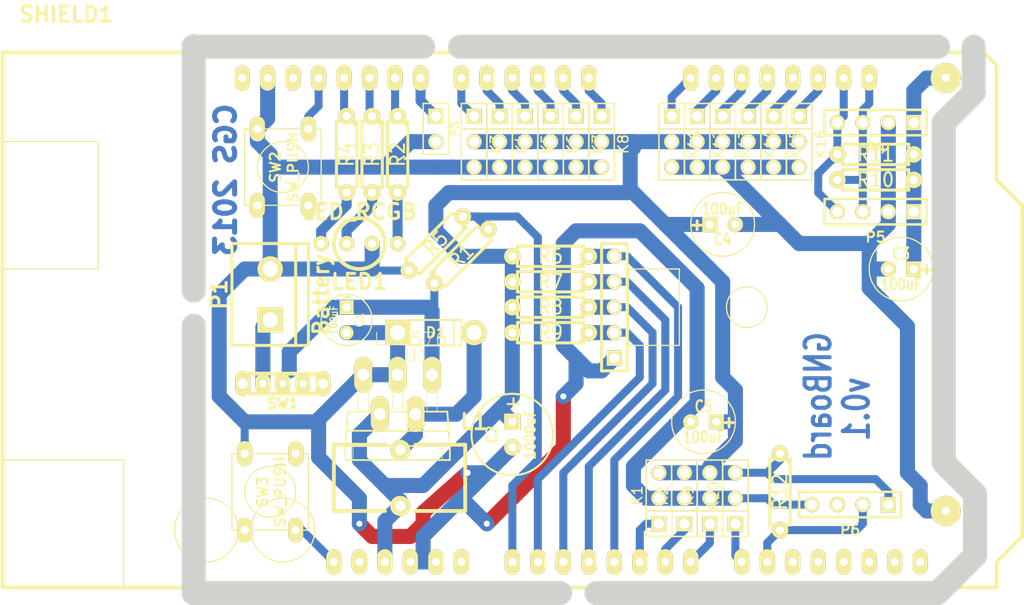
<source format=kicad_pcb>
(kicad_pcb (version 3) (host pcbnew "(2013-june-11)-stable")

  (general
    (links 123)
    (no_connects 5)
    (area 104.010934 64.7256 208.870501 124.961501)
    (thickness 1.6)
    (drawings 15)
    (tracks 305)
    (zones 0)
    (modules 47)
    (nets 39)
  )

  (page A4)
  (layers
    (15 Comp. signal)
    (0 Cobre signal)
    (16 B.Adhes user)
    (17 F.Adhes user)
    (18 B.Paste user)
    (19 F.Paste user)
    (20 B.SilkS user)
    (21 F.SilkS user)
    (22 B.Mask user)
    (23 F.Mask user)
    (24 Dwgs.User user)
    (25 Cmts.User user)
    (26 Eco1.User user)
    (27 Eco2.User user)
    (28 Edge.Cuts user)
  )

  (setup
    (last_trace_width 0.8)
    (user_trace_width 1)
    (user_trace_width 1.5)
    (trace_clearance 0.4)
    (zone_clearance 0.508)
    (zone_45_only no)
    (trace_min 0.254)
    (segment_width 0.381)
    (edge_width 2.4)
    (via_size 1.5)
    (via_drill 0.6)
    (via_min_size 0.889)
    (via_min_drill 0.508)
    (uvia_size 0.508)
    (uvia_drill 0.127)
    (uvias_allowed no)
    (uvia_min_size 0.508)
    (uvia_min_drill 0.127)
    (pcb_text_width 0.3048)
    (pcb_text_size 1.524 2.032)
    (mod_edge_width 0.381)
    (mod_text_size 1.524 1.524)
    (mod_text_width 0.3048)
    (pad_size 1.5 2.5)
    (pad_drill 1)
    (pad_to_mask_clearance 0.2)
    (aux_axis_origin 0 0)
    (visible_elements FFFFFF7F)
    (pcbplotparams
      (layerselection 268435457)
      (usegerberextensions true)
      (excludeedgelayer true)
      (linewidth 0.100000)
      (plotframeref false)
      (viasonmask false)
      (mode 1)
      (useauxorigin false)
      (hpglpennumber 1)
      (hpglpenspeed 20)
      (hpglpendiameter 15)
      (hpglpenoverlay 2)
      (psnegative false)
      (psa4output false)
      (plotreference true)
      (plotvalue true)
      (plotothertext true)
      (plotinvisibletext false)
      (padsonsilk false)
      (subtractmaskfromsilk false)
      (outputformat 1)
      (mirror false)
      (drillshape 0)
      (scaleselection 1)
      (outputdirectory Gerber/))
  )

  (net 0 "")
  (net 1 +5V)
  (net 2 +BATT)
  (net 3 BattVolt)
  (net 4 Button1)
  (net 5 Buzzer)
  (net 6 CNY1)
  (net 7 CNY2)
  (net 8 CNY3)
  (net 9 CNY4)
  (net 10 CNY5)
  (net 11 CNY6)
  (net 12 DHTpin)
  (net 13 GND)
  (net 14 I2C_SCL)
  (net 15 I2C_SDA)
  (net 16 LDR1)
  (net 17 LDR2)
  (net 18 LDR3)
  (net 19 LDR4)
  (net 20 LedB)
  (net 21 LedG)
  (net 22 LedR)
  (net 23 N-0000010)
  (net 24 N-0000011)
  (net 25 N-0000015)
  (net 26 N-0000016)
  (net 27 N-000007)
  (net 28 ResetB)
  (net 29 Servo1)
  (net 30 Servo2)
  (net 31 Servo3)
  (net 32 Servo4)
  (net 33 Servo5)
  (net 34 Servo6)
  (net 35 V_IR1)
  (net 36 V_IR2)
  (net 37 V_IR3)
  (net 38 V_IR4)

  (net_class Default "This is the default net class."
    (clearance 0.4)
    (trace_width 0.8)
    (via_dia 1.5)
    (via_drill 0.6)
    (uvia_dia 0.508)
    (uvia_drill 0.127)
    (add_net "")
    (add_net +5V)
    (add_net +BATT)
    (add_net BattVolt)
    (add_net Button1)
    (add_net Buzzer)
    (add_net CNY1)
    (add_net CNY2)
    (add_net CNY3)
    (add_net CNY4)
    (add_net CNY5)
    (add_net CNY6)
    (add_net DHTpin)
    (add_net GND)
    (add_net I2C_SCL)
    (add_net I2C_SDA)
    (add_net LDR1)
    (add_net LDR2)
    (add_net LDR3)
    (add_net LDR4)
    (add_net LedB)
    (add_net LedG)
    (add_net LedR)
    (add_net N-0000010)
    (add_net N-0000011)
    (add_net N-0000015)
    (add_net N-0000016)
    (add_net N-000007)
    (add_net ResetB)
    (add_net Servo1)
    (add_net Servo2)
    (add_net Servo3)
    (add_net Servo4)
    (add_net Servo5)
    (add_net Servo6)
    (add_net V_IR1)
    (add_net V_IR2)
    (add_net V_IR3)
    (add_net V_IR4)
  )

  (module SWITCH_3Pin (layer Comp.) (tedit 51BF52B2) (tstamp 51B8C79F)
    (at 134.62 102.87)
    (descr "Connecteur 3 pins")
    (tags "CONN DEV")
    (path /51B8A3AE)
    (fp_text reference SW1 (at 0 2) (layer F.SilkS)
      (effects (font (size 1.016 1.016) (thickness 0.254)))
    )
    (fp_text value PowerSwitch (at 0 -2.54) (layer F.SilkS) hide
      (effects (font (size 1.016 1.016) (thickness 0.254)))
    )
    (fp_line (start 4 -1) (end -4 -1) (layer F.SilkS) (width 0.381))
    (fp_line (start 4 -1) (end 4 1) (layer F.SilkS) (width 0.381))
    (fp_line (start 4 1) (end -4 1) (layer F.SilkS) (width 0.381))
    (fp_line (start -4 1) (end -4 -1) (layer F.SilkS) (width 0.381))
    (pad 1 thru_hole oval (at -2 0) (size 1.5 2) (drill 0.7)
      (layers *.Cu *.Mask F.SilkS)
      (net 25 N-0000015)
    )
    (pad 2 thru_hole oval (at 0 0) (size 1.5 2) (drill 0.7)
      (layers *.Cu *.Mask F.SilkS)
      (net 2 +BATT)
    )
    (pad 3 thru_hole oval (at 2 0) (size 1.5 2) (drill 0.7)
      (layers *.Cu *.Mask F.SilkS)
    )
    (pad "" thru_hole oval (at 4 0) (size 1.5 2.5) (drill 1)
      (layers *.Cu *.Mask F.SilkS)
    )
    (pad "" thru_hole oval (at -4 0) (size 1.5 2.5) (drill 1)
      (layers *.Cu *.Mask F.SilkS)
    )
    (model device/switch_slide_straight_terminal.wrl
      (at (xyz 0 0 0))
      (scale (xyz 0.33 0.33 0.33))
      (rotate (xyz 0 0 0))
    )
  )

  (module DO41_3 (layer Comp.) (tedit 51BF51C7) (tstamp 51B8C861)
    (at 149.86 97.79)
    (descr "Diode DO41 3 pas")
    (tags D)
    (path /51B851F9)
    (autoplace_cost180 10)
    (fp_text reference D1 (at 0 0) (layer F.SilkS)
      (effects (font (size 1.016 1.016) (thickness 0.2032)))
    )
    (fp_text value 1N5822 (at 0 0) (layer F.SilkS) hide
      (effects (font (size 1.016 1.016) (thickness 0.2032)))
    )
    (fp_line (start -3.81 0) (end -2.54 0) (layer F.SilkS) (width 0.2032))
    (fp_line (start 2.54 0) (end 3.81 0) (layer F.SilkS) (width 0.2032))
    (fp_line (start 1.778 -1.27) (end 1.778 1.27) (layer F.SilkS) (width 0.2032))
    (fp_line (start 2.54 -1.27) (end -2.54 -1.27) (layer F.SilkS) (width 0.2032))
    (fp_line (start -2.54 -1.27) (end -2.54 1.27) (layer F.SilkS) (width 0.2032))
    (fp_line (start -2.54 1.27) (end 2.54 1.27) (layer F.SilkS) (width 0.2032))
    (fp_line (start 2.54 1.27) (end 2.54 -1.27) (layer F.SilkS) (width 0.2032))
    (pad 1 thru_hole rect (at -3.81 0) (size 2.5 2.5) (drill 1.5)
      (layers *.Cu *.Mask F.SilkS)
      (net 13 GND)
    )
    (pad 2 thru_hole circle (at 3.81 0) (size 2.5 2.5) (drill 1.5)
      (layers *.Cu *.Mask F.SilkS)
      (net 26 N-0000016)
    )
    (model diodes/do41_3.wrl
      (at (xyz 0 0 0))
      (scale (xyz 1 1 1))
      (rotate (xyz 0 0 0))
    )
  )

  (module ARDUINO_MEGA_SHIELD (layer Comp.) (tedit 51BF4F63) (tstamp 51B84CE1)
    (at 106.68 123.19)
    (path /51B84CE1)
    (fp_text reference SHIELD1 (at 6.35 -57.15) (layer F.SilkS)
      (effects (font (size 1.524 1.524) (thickness 0.3048)))
    )
    (fp_text value ARDUINO_MEGA_SHIELD (at 13.97 -54.61) (layer F.SilkS) hide
      (effects (font (size 1.524 1.524) (thickness 0.3048)))
    )
    (fp_circle (center 27.94 -5.715) (end 31.115 -5.715) (layer F.SilkS) (width 0.127))
    (fp_circle (center 20.32 -5.715) (end 23.495 -5.715) (layer F.SilkS) (width 0.127))
    (fp_line (start 0 -12.7) (end 12.065 -12.7) (layer F.SilkS) (width 0.127))
    (fp_line (start 12.065 -12.7) (end 12.065 0) (layer F.SilkS) (width 0.127))
    (fp_line (start 0 -44.45) (end 9.525 -44.45) (layer F.SilkS) (width 0.127))
    (fp_line (start 9.525 -44.45) (end 9.525 -31.75) (layer F.SilkS) (width 0.127))
    (fp_line (start 9.525 -31.75) (end 0 -31.75) (layer F.SilkS) (width 0.127))
    (fp_line (start 62.357 -31.75) (end 62.357 -24.13) (layer F.SilkS) (width 0.127))
    (fp_line (start 62.357 -24.13) (end 67.437 -24.13) (layer F.SilkS) (width 0.127))
    (fp_line (start 67.437 -24.13) (end 67.437 -31.75) (layer F.SilkS) (width 0.127))
    (fp_line (start 67.437 -31.75) (end 62.357 -31.75) (layer F.SilkS) (width 0.127))
    (fp_circle (center 74.168 -27.94) (end 76.2 -27.94) (layer F.SilkS) (width 0.127))
    (fp_line (start 99.06 0) (end 0 0) (layer F.SilkS) (width 0.381))
    (fp_line (start 97.79 -53.34) (end 0 -53.34) (layer F.SilkS) (width 0.381))
    (fp_line (start 99.06 -40.64) (end 99.06 -52.07) (layer F.SilkS) (width 0.381))
    (fp_line (start 99.06 -52.07) (end 97.79 -53.34) (layer F.SilkS) (width 0.381))
    (fp_line (start 0 0) (end 0 -53.34) (layer F.SilkS) (width 0.381))
    (fp_line (start 99.06 -40.64) (end 101.6 -38.1) (layer F.SilkS) (width 0.381))
    (fp_line (start 101.6 -38.1) (end 101.6 -5.08) (layer F.SilkS) (width 0.381))
    (fp_line (start 101.6 -5.08) (end 99.06 -2.54) (layer F.SilkS) (width 0.381))
    (fp_line (start 99.06 -2.54) (end 99.06 0) (layer F.SilkS) (width 0.381))
    (pad 14 thru_hole oval (at 68.58 -50.8 90) (size 2.54 1.524) (drill 0.8128)
      (layers *.Cu *.Mask F.SilkS)
      (net 6 CNY1)
    )
    (pad 15 thru_hole oval (at 71.12 -50.8 90) (size 2.54 1.524) (drill 0.8128)
      (layers *.Cu *.Mask F.SilkS)
      (net 7 CNY2)
    )
    (pad 16 thru_hole oval (at 73.66 -50.8 90) (size 2.54 1.524) (drill 0.8128)
      (layers *.Cu *.Mask F.SilkS)
      (net 8 CNY3)
    )
    (pad 17 thru_hole oval (at 76.2 -50.8 90) (size 2.54 1.524) (drill 0.8128)
      (layers *.Cu *.Mask F.SilkS)
      (net 9 CNY4)
    )
    (pad 18 thru_hole oval (at 78.74 -50.8 90) (size 2.54 1.524) (drill 0.8128)
      (layers *.Cu *.Mask F.SilkS)
      (net 10 CNY5)
    )
    (pad 19 thru_hole oval (at 81.28 -50.8 90) (size 2.54 1.524) (drill 0.8128)
      (layers *.Cu *.Mask F.SilkS)
      (net 11 CNY6)
    )
    (pad 20 thru_hole oval (at 83.82 -50.8 90) (size 2.54 1.524) (drill 0.8128)
      (layers *.Cu *.Mask F.SilkS)
      (net 15 I2C_SDA)
    )
    (pad 21 thru_hole oval (at 86.36 -50.8 90) (size 2.54 1.524) (drill 0.8128)
      (layers *.Cu *.Mask F.SilkS)
      (net 14 I2C_SCL)
    )
    (pad AD15 thru_hole oval (at 91.44 -2.54 90) (size 2.54 1.524) (drill 0.8128)
      (layers *.Cu *.Mask F.SilkS)
    )
    (pad AD14 thru_hole oval (at 88.9 -2.54 90) (size 2.54 1.524) (drill 0.8128)
      (layers *.Cu *.Mask F.SilkS)
    )
    (pad AD13 thru_hole oval (at 86.36 -2.54 90) (size 2.54 1.524) (drill 0.8128)
      (layers *.Cu *.Mask F.SilkS)
    )
    (pad AD12 thru_hole oval (at 83.82 -2.54 90) (size 2.54 1.524) (drill 0.8128)
      (layers *.Cu *.Mask F.SilkS)
    )
    (pad AD8 thru_hole oval (at 73.66 -2.54 90) (size 2.54 1.524) (drill 0.8128)
      (layers *.Cu *.Mask F.SilkS)
      (net 38 V_IR4)
    )
    (pad AD7 thru_hole oval (at 68.58 -2.54 90) (size 2.54 1.524) (drill 0.8128)
      (layers *.Cu *.Mask F.SilkS)
      (net 37 V_IR3)
    )
    (pad AD6 thru_hole oval (at 66.04 -2.54 90) (size 2.54 1.524) (drill 0.8128)
      (layers *.Cu *.Mask F.SilkS)
      (net 36 V_IR2)
    )
    (pad AD9 thru_hole oval (at 76.2 -2.54 90) (size 2.54 1.524) (drill 0.8128)
      (layers *.Cu *.Mask F.SilkS)
      (net 12 DHTpin)
    )
    (pad AD10 thru_hole oval (at 78.74 -2.54 90) (size 2.54 1.524) (drill 0.8128)
      (layers *.Cu *.Mask F.SilkS)
    )
    (pad AD11 thru_hole oval (at 81.28 -2.54 90) (size 2.54 1.524) (drill 0.8128)
      (layers *.Cu *.Mask F.SilkS)
    )
    (pad AD5 thru_hole oval (at 63.5 -2.54 90) (size 2.54 1.524) (drill 0.8128)
      (layers *.Cu *.Mask F.SilkS)
      (net 35 V_IR1)
    )
    (pad AD4 thru_hole oval (at 60.96 -2.54 90) (size 2.54 1.524) (drill 0.8128)
      (layers *.Cu *.Mask F.SilkS)
      (net 19 LDR4)
    )
    (pad AD3 thru_hole oval (at 58.42 -2.54 90) (size 2.54 1.524) (drill 0.8128)
      (layers *.Cu *.Mask F.SilkS)
      (net 18 LDR3)
    )
    (pad AD0 thru_hole oval (at 50.8 -2.54 90) (size 2.54 1.524) (drill 0.8128)
      (layers *.Cu *.Mask F.SilkS)
      (net 3 BattVolt)
    )
    (pad AD1 thru_hole oval (at 53.34 -2.54 90) (size 2.54 1.524) (drill 0.8128)
      (layers *.Cu *.Mask F.SilkS)
      (net 16 LDR1)
    )
    (pad AD2 thru_hole oval (at 55.88 -2.54 90) (size 2.54 1.524) (drill 0.8128)
      (layers *.Cu *.Mask F.SilkS)
      (net 17 LDR2)
    )
    (pad V_IN thru_hole oval (at 45.72 -2.54 90) (size 2.54 1.524) (drill 0.8128)
      (layers *.Cu *.Mask F.SilkS)
    )
    (pad GND2 thru_hole oval (at 43.18 -2.54 90) (size 2.54 1.524) (drill 0.8128)
      (layers *.Cu *.Mask F.SilkS)
      (net 13 GND)
    )
    (pad GND1 thru_hole oval (at 40.64 -2.54 90) (size 2.54 1.524) (drill 0.8128)
      (layers *.Cu *.Mask F.SilkS)
      (net 13 GND)
    )
    (pad 3V3 thru_hole oval (at 35.56 -2.54 90) (size 2.54 1.524) (drill 0.8128)
      (layers *.Cu *.Mask F.SilkS)
    )
    (pad RST thru_hole oval (at 33.02 -2.54 90) (size 2.54 1.524) (drill 0.8128)
      (layers *.Cu *.Mask F.SilkS)
      (net 28 ResetB)
    )
    (pad 2 thru_hole oval (at 58.42 -50.8 90) (size 2.54 1.524) (drill 0.8128)
      (layers *.Cu *.Mask F.SilkS)
      (net 34 Servo6)
    )
    (pad 3 thru_hole oval (at 55.88 -50.8 90) (size 2.54 1.524) (drill 0.8128)
      (layers *.Cu *.Mask F.SilkS)
      (net 33 Servo5)
    )
    (pad 4 thru_hole oval (at 53.34 -50.8 90) (size 2.54 1.524) (drill 0.8128)
      (layers *.Cu *.Mask F.SilkS)
      (net 32 Servo4)
    )
    (pad 5 thru_hole oval (at 50.8 -50.8 90) (size 2.54 1.524) (drill 0.8128)
      (layers *.Cu *.Mask F.SilkS)
      (net 31 Servo3)
    )
    (pad 6 thru_hole oval (at 48.26 -50.8 90) (size 2.54 1.524) (drill 0.8128)
      (layers *.Cu *.Mask F.SilkS)
      (net 30 Servo2)
    )
    (pad 7 thru_hole oval (at 45.72 -50.8 90) (size 2.54 1.524) (drill 0.8128)
      (layers *.Cu *.Mask F.SilkS)
      (net 29 Servo1)
    )
    (pad 8 thru_hole oval (at 41.656 -50.8 90) (size 2.54 1.524) (drill 0.8128)
      (layers *.Cu *.Mask F.SilkS)
      (net 5 Buzzer)
    )
    (pad 9 thru_hole oval (at 39.116 -50.8 90) (size 2.54 1.524) (drill 0.8128)
      (layers *.Cu *.Mask F.SilkS)
      (net 22 LedR)
    )
    (pad 10 thru_hole oval (at 36.576 -50.8 90) (size 2.54 1.524) (drill 0.8128)
      (layers *.Cu *.Mask F.SilkS)
      (net 21 LedG)
    )
    (pad 11 thru_hole oval (at 34.036 -50.8 90) (size 2.54 1.524) (drill 0.8128)
      (layers *.Cu *.Mask F.SilkS)
      (net 20 LedB)
    )
    (pad 12 thru_hole oval (at 31.496 -50.8 90) (size 2.54 1.524) (drill 0.8128)
      (layers *.Cu *.Mask F.SilkS)
      (net 4 Button1)
    )
    (pad 13 thru_hole oval (at 28.956 -50.8 90) (size 2.54 1.524) (drill 0.8128)
      (layers *.Cu *.Mask F.SilkS)
    )
    (pad GND3 thru_hole oval (at 26.416 -50.8 90) (size 2.54 1.524) (drill 0.8128)
      (layers *.Cu *.Mask F.SilkS)
      (net 13 GND)
    )
    (pad AREF thru_hole oval (at 23.876 -50.8 90) (size 2.54 1.524) (drill 0.8128)
      (layers *.Cu *.Mask F.SilkS)
    )
    (pad 5V thru_hole oval (at 38.1 -2.54 90) (size 2.54 1.524) (drill 0.8128)
      (layers *.Cu *.Mask F.SilkS)
      (net 1 +5V)
    )
    (pad 5V_4 thru_hole circle (at 93.98 -50.8) (size 3 3) (drill 0.8128)
      (layers *.Cu *.Mask F.SilkS)
      (net 1 +5V)
    )
    (pad GND4 thru_hole circle (at 93.98 -7.62) (size 3 3) (drill 0.8128)
      (layers *.Cu *.Mask F.SilkS)
      (net 13 GND)
    )
    (model packages3d\nick\ArduinoMegaShield.wrl
      (at (xyz 0 0 0))
      (scale (xyz 1 1 1))
      (rotate (xyz 0 0 0))
    )
  )

  (module C1V5 (layer Comp.) (tedit 3E070CF4) (tstamp 51B895A8)
    (at 140.97 96.52 270)
    (descr "Condensateur e = 1 pas")
    (tags C)
    (path /51B84E6F)
    (fp_text reference C1 (at 0 -1.26746 270) (layer F.SilkS)
      (effects (font (size 0.762 0.762) (thickness 0.127)))
    )
    (fp_text value 100uF (at 0 1.27 270) (layer F.SilkS)
      (effects (font (size 0.762 0.635) (thickness 0.127)))
    )
    (fp_text user + (at -2.286 0 270) (layer F.SilkS)
      (effects (font (size 0.762 0.762) (thickness 0.2032)))
    )
    (fp_circle (center 0 0) (end 0.127 -2.54) (layer F.SilkS) (width 0.127))
    (pad 1 thru_hole rect (at -1.27 0 270) (size 1.397 1.397) (drill 0.8128)
      (layers *.Cu *.Mask F.SilkS)
      (net 2 +BATT)
    )
    (pad 2 thru_hole circle (at 1.27 0 270) (size 1.397 1.397) (drill 0.8128)
      (layers *.Cu *.Mask F.SilkS)
      (net 13 GND)
    )
    (model discret/c_vert_c1v5.wrl
      (at (xyz 0 0 0))
      (scale (xyz 1 1 1))
      (rotate (xyz 0 0 0))
    )
  )

  (module Choke_Toroid_6,5x13mm_Vertical (layer Comp.) (tedit 4C5BE08F) (tstamp 51B84C2F)
    (at 139.7 115.57)
    (descr "Toroid, Coil, Choke,  6,5mm x 13mm, Vertical, Inductor, Drossel, Thruhole,")
    (tags "Toroid, Coil, Choke,  6,5mm x 13mm, Vertical, Inductor, Drossel, Thruhole,")
    (path /51B84C2F)
    (fp_text reference L1 (at 13.97 -8.89) (layer F.SilkS)
      (effects (font (size 1.524 1.524) (thickness 0.3048)))
    )
    (fp_text value 100uH (at 5.08 2.54) (layer F.SilkS) hide
      (effects (font (size 1.50114 1.50114) (thickness 0.20066)))
    )
    (fp_line (start 0 -6.604) (end 5.207 -6.604) (layer F.SilkS) (width 0.381))
    (fp_line (start 13.081 -6.604) (end 8.128 -6.604) (layer F.SilkS) (width 0.381))
    (fp_line (start 0 0) (end 5.08 0) (layer F.SilkS) (width 0.381))
    (fp_line (start 13.081 0) (end 8.001 0) (layer F.SilkS) (width 0.381))
    (fp_line (start 13.081 0) (end 13.081 -6.604) (layer F.SilkS) (width 0.381))
    (fp_line (start 0 -6.604) (end 0 0) (layer F.SilkS) (width 0.381))
    (pad 1 thru_hole circle (at 6.604 -0.508) (size 1.99898 1.99898) (drill 1.00076)
      (layers *.Cu *.Mask F.SilkS)
      (net 1 +5V)
    )
    (pad 2 thru_hole circle (at 6.604 -6.096) (size 1.99898 1.99898) (drill 1.00076)
      (layers *.Cu *.Mask F.SilkS)
      (net 26 N-0000016)
    )
  )

  (module v-reg-L200S (layer Comp.) (tedit 200000) (tstamp 51B84E1C)
    (at 146.05 110.49 180)
    (descr "VOLTAGE REGULATOR")
    (tags "VOLTAGE REGULATOR")
    (path /51B84E1C)
    (attr virtual)
    (fp_text reference U1 (at -1.905 10.414 180) (layer F.SilkS)
      (effects (font (size 1.27 1.27) (thickness 0.0889)))
    )
    (fp_text value LM2576 (at -1.27 12.065 180) (layer F.SilkS)
      (effects (font (size 1.27 1.27) (thickness 0.0889)))
    )
    (fp_line (start -4.445 1.397) (end 4.445 1.397) (layer F.SilkS) (width 0.06604))
    (fp_line (start 4.445 1.397) (end 4.445 0) (layer F.SilkS) (width 0.06604))
    (fp_line (start -4.445 0) (end 4.445 0) (layer F.SilkS) (width 0.06604))
    (fp_line (start -4.445 1.397) (end -4.445 0) (layer F.SilkS) (width 0.06604))
    (fp_line (start 2.921 7.366) (end 3.937 7.366) (layer F.SilkS) (width 0.06604))
    (fp_line (start 3.937 7.366) (end 3.937 4.826) (layer F.SilkS) (width 0.06604))
    (fp_line (start 2.921 4.826) (end 3.937 4.826) (layer F.SilkS) (width 0.06604))
    (fp_line (start 2.921 7.366) (end 2.921 4.826) (layer F.SilkS) (width 0.06604))
    (fp_line (start 2.921 8.509) (end 3.937 8.509) (layer F.SilkS) (width 0.06604))
    (fp_line (start 3.937 8.509) (end 3.937 7.366) (layer F.SilkS) (width 0.06604))
    (fp_line (start 2.921 7.366) (end 3.937 7.366) (layer F.SilkS) (width 0.06604))
    (fp_line (start 2.921 8.509) (end 2.921 7.366) (layer F.SilkS) (width 0.06604))
    (fp_line (start -0.508 8.509) (end 0.508 8.509) (layer F.SilkS) (width 0.06604))
    (fp_line (start 0.508 8.509) (end 0.508 7.366) (layer F.SilkS) (width 0.06604))
    (fp_line (start -0.508 7.366) (end 0.508 7.366) (layer F.SilkS) (width 0.06604))
    (fp_line (start -0.508 8.509) (end -0.508 7.366) (layer F.SilkS) (width 0.06604))
    (fp_line (start -3.937 8.509) (end -2.921 8.509) (layer F.SilkS) (width 0.06604))
    (fp_line (start -2.921 8.509) (end -2.921 7.366) (layer F.SilkS) (width 0.06604))
    (fp_line (start -3.937 7.366) (end -2.921 7.366) (layer F.SilkS) (width 0.06604))
    (fp_line (start -3.937 8.509) (end -3.937 7.366) (layer F.SilkS) (width 0.06604))
    (fp_line (start -0.508 7.366) (end 0.508 7.366) (layer F.SilkS) (width 0.06604))
    (fp_line (start 0.508 7.366) (end 0.508 4.826) (layer F.SilkS) (width 0.06604))
    (fp_line (start -0.508 4.826) (end 0.508 4.826) (layer F.SilkS) (width 0.06604))
    (fp_line (start -0.508 7.366) (end -0.508 4.826) (layer F.SilkS) (width 0.06604))
    (fp_line (start -3.937 7.366) (end -2.921 7.366) (layer F.SilkS) (width 0.06604))
    (fp_line (start -2.921 7.366) (end -2.921 4.826) (layer F.SilkS) (width 0.06604))
    (fp_line (start -3.937 4.826) (end -2.921 4.826) (layer F.SilkS) (width 0.06604))
    (fp_line (start -3.937 7.366) (end -3.937 4.826) (layer F.SilkS) (width 0.06604))
    (fp_line (start 5.207 0) (end -5.207 0) (layer F.SilkS) (width 0.1778))
    (fp_line (start 5.207 0) (end 5.207 1.397) (layer F.SilkS) (width 0.1778))
    (fp_line (start -5.207 0) (end -5.207 1.397) (layer F.SilkS) (width 0.1778))
    (fp_line (start 5.08 2.921) (end -5.08 2.921) (layer F.SilkS) (width 0.1778))
    (fp_line (start -5.207 1.397) (end 5.207 1.397) (layer F.SilkS) (width 0.1778))
    (fp_line (start -5.207 1.397) (end -4.953 4.826) (layer F.SilkS) (width 0.1778))
    (fp_line (start 5.207 1.397) (end 4.953 4.826) (layer F.SilkS) (width 0.1778))
    (fp_line (start 0.635 4.826) (end -0.635 4.826) (layer F.SilkS) (width 0.1778))
    (fp_line (start 4.953 4.826) (end 2.921 4.826) (layer F.SilkS) (width 0.1778))
    (fp_line (start 2.921 4.826) (end 0.635 4.826) (layer F.SilkS) (width 0.1524))
    (fp_line (start -4.953 4.826) (end -2.921 4.826) (layer F.SilkS) (width 0.1778))
    (fp_line (start -2.921 4.826) (end -0.635 4.826) (layer F.SilkS) (width 0.1524))
    (pad 1 thru_hole oval (at -3.429 8.509 180) (size 1.7907 3.5814) (drill 1.1938)
      (layers *.Cu F.Paste F.SilkS F.Mask)
      (net 2 +BATT)
    )
    (pad 2 thru_hole oval (at -1.778 4.572 180) (size 1.7907 3.5814) (drill 1.1938)
      (layers *.Cu F.Paste F.SilkS F.Mask)
      (net 26 N-0000016)
    )
    (pad 3 thru_hole oval (at 0 8.509 180) (size 1.7907 3.5814) (drill 1.1938)
      (layers *.Cu F.Paste F.SilkS F.Mask)
      (net 13 GND)
    )
    (pad 4 thru_hole oval (at 1.778 4.572 180) (size 1.7907 3.5814) (drill 1.1938)
      (layers *.Cu F.Paste F.SilkS F.Mask)
      (net 1 +5V)
    )
    (pad 5 thru_hole oval (at 3.429 8.509 180) (size 1.7907 3.5814) (drill 1.1938)
      (layers *.Cu F.Paste F.SilkS F.Mask)
      (net 13 GND)
    )
  )

  (module LED5_RGB_long_wide (layer Comp.) (tedit 4C42FEEF) (tstamp 51B8A005)
    (at 142.24 88.9 180)
    (path /51B8930C)
    (fp_text reference LED1 (at 0 -3.81 180) (layer F.SilkS)
      (effects (font (size 1.524 1.524) (thickness 0.3048)))
    )
    (fp_text value LED_RCGB (at 0 3.175 180) (layer F.SilkS)
      (effects (font (size 1.524 1.524) (thickness 0.3048)))
    )
    (fp_circle (center 0 0) (end 2.54 0) (layer F.SilkS) (width 0.381))
    (pad 1 thru_hole circle (at -3.81 0 180) (size 1.524 1.524) (drill 0.8128)
      (layers *.Cu *.Mask F.SilkS)
      (net 24 N-0000011)
    )
    (pad 3 thru_hole circle (at 1.27 0 180) (size 1.524 1.524) (drill 0.8128)
      (layers *.Cu *.Mask F.SilkS)
      (net 27 N-000007)
    )
    (pad 4 thru_hole circle (at 3.81 0 180) (size 1.524 1.524) (drill 0.8128)
      (layers *.Cu *.Mask F.SilkS)
      (net 23 N-0000010)
    )
    (pad 2 thru_hole circle (at -1.27 0 180) (size 1.524 1.524) (drill 0.8128)
      (layers *.Cu *.Mask F.SilkS)
      (net 13 GND)
    )
    (model userlibs/libraries/packages3d/led5_RGB_vertical-wide.wrl
      (at (xyz 0 0 0))
      (scale (xyz 1 1 1))
      (rotate (xyz 0 0 180))
    )
  )

  (module bornier2 (layer Comp.) (tedit 3EC0ED69) (tstamp 51B89361)
    (at 133.35 93.98 90)
    (descr "Bornier d'alimentation 2 pins")
    (tags DEV)
    (path /51B88C07)
    (fp_text reference P1 (at 0 -5.08 90) (layer F.SilkS)
      (effects (font (size 1.524 1.524) (thickness 0.3048)))
    )
    (fp_text value Battery (at 0 5.08 90) (layer F.SilkS)
      (effects (font (size 1.524 1.524) (thickness 0.3048)))
    )
    (fp_line (start 5.08 2.54) (end -5.08 2.54) (layer F.SilkS) (width 0.3048))
    (fp_line (start 5.08 3.81) (end 5.08 -3.81) (layer F.SilkS) (width 0.3048))
    (fp_line (start 5.08 -3.81) (end -5.08 -3.81) (layer F.SilkS) (width 0.3048))
    (fp_line (start -5.08 -3.81) (end -5.08 3.81) (layer F.SilkS) (width 0.3048))
    (fp_line (start -5.08 3.81) (end 5.08 3.81) (layer F.SilkS) (width 0.3048))
    (pad 1 thru_hole rect (at -2.54 0 90) (size 2.54 2.54) (drill 1.524)
      (layers *.Cu *.Mask F.SilkS)
      (net 25 N-0000015)
    )
    (pad 2 thru_hole circle (at 2.54 0 90) (size 2.54 2.54) (drill 1.524)
      (layers *.Cu *.Mask F.SilkS)
      (net 13 GND)
    )
    (model device/bornier_2.wrl
      (at (xyz 0 0 0))
      (scale (xyz 1 1 1))
      (rotate (xyz 0 0 0))
    )
  )

  (module R3-LARGE_PADS (layer Comp.) (tedit 47E26765) (tstamp 51B8936F)
    (at 152.4 90.17 45)
    (descr "Resitance 3 pas")
    (tags R)
    (path /51B88ED1)
    (autoplace_cost180 10)
    (fp_text reference R1 (at 0 0 45) (layer F.SilkS)
      (effects (font (size 1.397 1.27) (thickness 0.2032)))
    )
    (fp_text value 22k (at 0 0 45) (layer F.SilkS) hide
      (effects (font (size 1.397 1.27) (thickness 0.2032)))
    )
    (fp_line (start -3.81 0) (end -3.302 0) (layer F.SilkS) (width 0.3048))
    (fp_line (start 3.81 0) (end 3.302 0) (layer F.SilkS) (width 0.3048))
    (fp_line (start 3.302 0) (end 3.302 -1.016) (layer F.SilkS) (width 0.3048))
    (fp_line (start 3.302 -1.016) (end -3.302 -1.016) (layer F.SilkS) (width 0.3048))
    (fp_line (start -3.302 -1.016) (end -3.302 1.016) (layer F.SilkS) (width 0.3048))
    (fp_line (start -3.302 1.016) (end 3.302 1.016) (layer F.SilkS) (width 0.3048))
    (fp_line (start 3.302 1.016) (end 3.302 0) (layer F.SilkS) (width 0.3048))
    (fp_line (start -3.302 -0.508) (end -2.794 -1.016) (layer F.SilkS) (width 0.3048))
    (pad 1 thru_hole circle (at -3.81 0 45) (size 1.651 1.651) (drill 0.8128)
      (layers *.Cu *.Mask F.SilkS)
      (net 2 +BATT)
    )
    (pad 2 thru_hole circle (at 3.81 0 45) (size 1.651 1.651) (drill 0.8128)
      (layers *.Cu *.Mask F.SilkS)
      (net 3 BattVolt)
    )
    (model discret/resistor.wrl
      (at (xyz 0 0 0))
      (scale (xyz 0.3 0.3 0.3))
      (rotate (xyz 0 0 0))
    )
  )

  (module R3-LARGE_PADS (layer Comp.) (tedit 47E26765) (tstamp 51B8937D)
    (at 146.05 80.01 270)
    (descr "Resitance 3 pas")
    (tags R)
    (path /51B8931B)
    (autoplace_cost180 10)
    (fp_text reference R2 (at 0 0 270) (layer F.SilkS)
      (effects (font (size 1.397 1.27) (thickness 0.2032)))
    )
    (fp_text value 330 (at 0 0 270) (layer F.SilkS) hide
      (effects (font (size 1.397 1.27) (thickness 0.2032)))
    )
    (fp_line (start -3.81 0) (end -3.302 0) (layer F.SilkS) (width 0.3048))
    (fp_line (start 3.81 0) (end 3.302 0) (layer F.SilkS) (width 0.3048))
    (fp_line (start 3.302 0) (end 3.302 -1.016) (layer F.SilkS) (width 0.3048))
    (fp_line (start 3.302 -1.016) (end -3.302 -1.016) (layer F.SilkS) (width 0.3048))
    (fp_line (start -3.302 -1.016) (end -3.302 1.016) (layer F.SilkS) (width 0.3048))
    (fp_line (start -3.302 1.016) (end 3.302 1.016) (layer F.SilkS) (width 0.3048))
    (fp_line (start 3.302 1.016) (end 3.302 0) (layer F.SilkS) (width 0.3048))
    (fp_line (start -3.302 -0.508) (end -2.794 -1.016) (layer F.SilkS) (width 0.3048))
    (pad 1 thru_hole circle (at -3.81 0 270) (size 1.651 1.651) (drill 0.8128)
      (layers *.Cu *.Mask F.SilkS)
      (net 22 LedR)
    )
    (pad 2 thru_hole circle (at 3.81 0 270) (size 1.651 1.651) (drill 0.8128)
      (layers *.Cu *.Mask F.SilkS)
      (net 24 N-0000011)
    )
    (model discret/resistor.wrl
      (at (xyz 0 0 0))
      (scale (xyz 0.3 0.3 0.3))
      (rotate (xyz 0 0 0))
    )
  )

  (module R3-LARGE_PADS (layer Comp.) (tedit 47E26765) (tstamp 51B9083B)
    (at 143.51 80.01 270)
    (descr "Resitance 3 pas")
    (tags R)
    (path /51B8932A)
    (autoplace_cost180 10)
    (fp_text reference R3 (at 0 0 270) (layer F.SilkS)
      (effects (font (size 1.397 1.27) (thickness 0.2032)))
    )
    (fp_text value 330 (at 0 0 270) (layer F.SilkS) hide
      (effects (font (size 1.397 1.27) (thickness 0.2032)))
    )
    (fp_line (start -3.81 0) (end -3.302 0) (layer F.SilkS) (width 0.3048))
    (fp_line (start 3.81 0) (end 3.302 0) (layer F.SilkS) (width 0.3048))
    (fp_line (start 3.302 0) (end 3.302 -1.016) (layer F.SilkS) (width 0.3048))
    (fp_line (start 3.302 -1.016) (end -3.302 -1.016) (layer F.SilkS) (width 0.3048))
    (fp_line (start -3.302 -1.016) (end -3.302 1.016) (layer F.SilkS) (width 0.3048))
    (fp_line (start -3.302 1.016) (end 3.302 1.016) (layer F.SilkS) (width 0.3048))
    (fp_line (start 3.302 1.016) (end 3.302 0) (layer F.SilkS) (width 0.3048))
    (fp_line (start -3.302 -0.508) (end -2.794 -1.016) (layer F.SilkS) (width 0.3048))
    (pad 1 thru_hole circle (at -3.81 0 270) (size 1.651 1.651) (drill 0.8128)
      (layers *.Cu *.Mask F.SilkS)
      (net 21 LedG)
    )
    (pad 2 thru_hole circle (at 3.81 0 270) (size 1.651 1.651) (drill 0.8128)
      (layers *.Cu *.Mask F.SilkS)
      (net 27 N-000007)
    )
    (model discret/resistor.wrl
      (at (xyz 0 0 0))
      (scale (xyz 0.3 0.3 0.3))
      (rotate (xyz 0 0 0))
    )
  )

  (module R3-LARGE_PADS (layer Comp.) (tedit 47E26765) (tstamp 51B89FFB)
    (at 140.97 80.01 270)
    (descr "Resitance 3 pas")
    (tags R)
    (path /51B89339)
    (autoplace_cost180 10)
    (fp_text reference R4 (at 0 0 270) (layer F.SilkS)
      (effects (font (size 1.397 1.27) (thickness 0.2032)))
    )
    (fp_text value 330 (at 0 0 270) (layer F.SilkS) hide
      (effects (font (size 1.397 1.27) (thickness 0.2032)))
    )
    (fp_line (start -3.81 0) (end -3.302 0) (layer F.SilkS) (width 0.3048))
    (fp_line (start 3.81 0) (end 3.302 0) (layer F.SilkS) (width 0.3048))
    (fp_line (start 3.302 0) (end 3.302 -1.016) (layer F.SilkS) (width 0.3048))
    (fp_line (start 3.302 -1.016) (end -3.302 -1.016) (layer F.SilkS) (width 0.3048))
    (fp_line (start -3.302 -1.016) (end -3.302 1.016) (layer F.SilkS) (width 0.3048))
    (fp_line (start -3.302 1.016) (end 3.302 1.016) (layer F.SilkS) (width 0.3048))
    (fp_line (start 3.302 1.016) (end 3.302 0) (layer F.SilkS) (width 0.3048))
    (fp_line (start -3.302 -0.508) (end -2.794 -1.016) (layer F.SilkS) (width 0.3048))
    (pad 1 thru_hole circle (at -3.81 0 270) (size 1.651 1.651) (drill 0.8128)
      (layers *.Cu *.Mask F.SilkS)
      (net 20 LedB)
    )
    (pad 2 thru_hole circle (at 3.81 0 270) (size 1.651 1.651) (drill 0.8128)
      (layers *.Cu *.Mask F.SilkS)
      (net 23 N-0000010)
    )
    (model discret/resistor.wrl
      (at (xyz 0 0 0))
      (scale (xyz 0.3 0.3 0.3))
      (rotate (xyz 0 0 0))
    )
  )

  (module R3-LARGE_PADS (layer Comp.) (tedit 47E26765) (tstamp 51B912A4)
    (at 149.86 88.9 225)
    (descr "Resitance 3 pas")
    (tags R)
    (path /51B88EE0)
    (autoplace_cost180 10)
    (fp_text reference R5 (at 0 0 225) (layer F.SilkS)
      (effects (font (size 1.397 1.27) (thickness 0.2032)))
    )
    (fp_text value 6k8 (at 0 0 225) (layer F.SilkS) hide
      (effects (font (size 1.397 1.27) (thickness 0.2032)))
    )
    (fp_line (start -3.81 0) (end -3.302 0) (layer F.SilkS) (width 0.3048))
    (fp_line (start 3.81 0) (end 3.302 0) (layer F.SilkS) (width 0.3048))
    (fp_line (start 3.302 0) (end 3.302 -1.016) (layer F.SilkS) (width 0.3048))
    (fp_line (start 3.302 -1.016) (end -3.302 -1.016) (layer F.SilkS) (width 0.3048))
    (fp_line (start -3.302 -1.016) (end -3.302 1.016) (layer F.SilkS) (width 0.3048))
    (fp_line (start -3.302 1.016) (end 3.302 1.016) (layer F.SilkS) (width 0.3048))
    (fp_line (start 3.302 1.016) (end 3.302 0) (layer F.SilkS) (width 0.3048))
    (fp_line (start -3.302 -0.508) (end -2.794 -1.016) (layer F.SilkS) (width 0.3048))
    (pad 1 thru_hole circle (at -3.81 0 225) (size 1.651 1.651) (drill 0.8128)
      (layers *.Cu *.Mask F.SilkS)
      (net 3 BattVolt)
    )
    (pad 2 thru_hole circle (at 3.81 0 225) (size 1.651 1.651) (drill 0.8128)
      (layers *.Cu *.Mask F.SilkS)
      (net 13 GND)
    )
    (model discret/resistor.wrl
      (at (xyz 0 0 0))
      (scale (xyz 0.3 0.3 0.3))
      (rotate (xyz 0 0 0))
    )
  )

  (module PIN_ARRAY_5x1 (layer Comp.) (tedit 45976D86) (tstamp 51B901A7)
    (at 167.64 95.25 90)
    (descr "Double rangee de contacts 2 x 5 pins")
    (tags CONN)
    (path /51B8F3CA)
    (fp_text reference P2 (at 0 -2.54 90) (layer F.SilkS)
      (effects (font (size 1.016 1.016) (thickness 0.2032)))
    )
    (fp_text value CONN_5 (at 0 2.54 90) (layer F.SilkS) hide
      (effects (font (size 1.016 1.016) (thickness 0.2032)))
    )
    (fp_line (start -6.35 -1.27) (end -6.35 1.27) (layer F.SilkS) (width 0.3048))
    (fp_line (start 6.35 1.27) (end 6.35 -1.27) (layer F.SilkS) (width 0.3048))
    (fp_line (start -6.35 -1.27) (end 6.35 -1.27) (layer F.SilkS) (width 0.3048))
    (fp_line (start 6.35 1.27) (end -6.35 1.27) (layer F.SilkS) (width 0.3048))
    (pad 1 thru_hole rect (at -5.08 0 90) (size 1.524 1.524) (drill 1.016)
      (layers *.Cu *.Mask F.SilkS)
      (net 13 GND)
    )
    (pad 2 thru_hole circle (at -2.54 0 90) (size 1.524 1.524) (drill 1.016)
      (layers *.Cu *.Mask F.SilkS)
      (net 16 LDR1)
    )
    (pad 3 thru_hole circle (at 0 0 90) (size 1.524 1.524) (drill 1.016)
      (layers *.Cu *.Mask F.SilkS)
      (net 17 LDR2)
    )
    (pad 4 thru_hole circle (at 2.54 0 90) (size 1.524 1.524) (drill 1.016)
      (layers *.Cu *.Mask F.SilkS)
      (net 18 LDR3)
    )
    (pad 5 thru_hole circle (at 5.08 0 90) (size 1.524 1.524) (drill 1.016)
      (layers *.Cu *.Mask F.SilkS)
      (net 19 LDR4)
    )
    (model pin_array/pins_array_5x1.wrl
      (at (xyz 0 0 0))
      (scale (xyz 1 1 1))
      (rotate (xyz 0 0 0))
    )
  )

  (module R3-LARGE_PADS (layer Comp.) (tedit 47E26765) (tstamp 51B8F1CB)
    (at 161.29 90.17 180)
    (descr "Resitance 3 pas")
    (tags R)
    (path /51B8EF91)
    (autoplace_cost180 10)
    (fp_text reference R6 (at 0 0 180) (layer F.SilkS)
      (effects (font (size 1.397 1.27) (thickness 0.2032)))
    )
    (fp_text value 33k (at 0 0 180) (layer F.SilkS) hide
      (effects (font (size 1.397 1.27) (thickness 0.2032)))
    )
    (fp_line (start -3.81 0) (end -3.302 0) (layer F.SilkS) (width 0.3048))
    (fp_line (start 3.81 0) (end 3.302 0) (layer F.SilkS) (width 0.3048))
    (fp_line (start 3.302 0) (end 3.302 -1.016) (layer F.SilkS) (width 0.3048))
    (fp_line (start 3.302 -1.016) (end -3.302 -1.016) (layer F.SilkS) (width 0.3048))
    (fp_line (start -3.302 -1.016) (end -3.302 1.016) (layer F.SilkS) (width 0.3048))
    (fp_line (start -3.302 1.016) (end 3.302 1.016) (layer F.SilkS) (width 0.3048))
    (fp_line (start 3.302 1.016) (end 3.302 0) (layer F.SilkS) (width 0.3048))
    (fp_line (start -3.302 -0.508) (end -2.794 -1.016) (layer F.SilkS) (width 0.3048))
    (pad 1 thru_hole circle (at -3.81 0 180) (size 1.651 1.651) (drill 0.8128)
      (layers *.Cu *.Mask F.SilkS)
      (net 19 LDR4)
    )
    (pad 2 thru_hole circle (at 3.81 0 180) (size 1.651 1.651) (drill 0.8128)
      (layers *.Cu *.Mask F.SilkS)
      (net 1 +5V)
    )
    (model discret/resistor.wrl
      (at (xyz 0 0 0))
      (scale (xyz 0.3 0.3 0.3))
      (rotate (xyz 0 0 0))
    )
  )

  (module R3-LARGE_PADS (layer Comp.) (tedit 47E26765) (tstamp 51B8F1D9)
    (at 161.29 92.71 180)
    (descr "Resitance 3 pas")
    (tags R)
    (path /51B8EF9E)
    (autoplace_cost180 10)
    (fp_text reference R7 (at 0 0 180) (layer F.SilkS)
      (effects (font (size 1.397 1.27) (thickness 0.2032)))
    )
    (fp_text value 33k (at 0 0 180) (layer F.SilkS) hide
      (effects (font (size 1.397 1.27) (thickness 0.2032)))
    )
    (fp_line (start -3.81 0) (end -3.302 0) (layer F.SilkS) (width 0.3048))
    (fp_line (start 3.81 0) (end 3.302 0) (layer F.SilkS) (width 0.3048))
    (fp_line (start 3.302 0) (end 3.302 -1.016) (layer F.SilkS) (width 0.3048))
    (fp_line (start 3.302 -1.016) (end -3.302 -1.016) (layer F.SilkS) (width 0.3048))
    (fp_line (start -3.302 -1.016) (end -3.302 1.016) (layer F.SilkS) (width 0.3048))
    (fp_line (start -3.302 1.016) (end 3.302 1.016) (layer F.SilkS) (width 0.3048))
    (fp_line (start 3.302 1.016) (end 3.302 0) (layer F.SilkS) (width 0.3048))
    (fp_line (start -3.302 -0.508) (end -2.794 -1.016) (layer F.SilkS) (width 0.3048))
    (pad 1 thru_hole circle (at -3.81 0 180) (size 1.651 1.651) (drill 0.8128)
      (layers *.Cu *.Mask F.SilkS)
      (net 18 LDR3)
    )
    (pad 2 thru_hole circle (at 3.81 0 180) (size 1.651 1.651) (drill 0.8128)
      (layers *.Cu *.Mask F.SilkS)
      (net 1 +5V)
    )
    (model discret/resistor.wrl
      (at (xyz 0 0 0))
      (scale (xyz 0.3 0.3 0.3))
      (rotate (xyz 0 0 0))
    )
  )

  (module R3-LARGE_PADS (layer Comp.) (tedit 47E26765) (tstamp 51B8F1E7)
    (at 161.29 95.25 180)
    (descr "Resitance 3 pas")
    (tags R)
    (path /51B8EFA4)
    (autoplace_cost180 10)
    (fp_text reference R8 (at 0 0 180) (layer F.SilkS)
      (effects (font (size 1.397 1.27) (thickness 0.2032)))
    )
    (fp_text value 33k (at 0 0 180) (layer F.SilkS) hide
      (effects (font (size 1.397 1.27) (thickness 0.2032)))
    )
    (fp_line (start -3.81 0) (end -3.302 0) (layer F.SilkS) (width 0.3048))
    (fp_line (start 3.81 0) (end 3.302 0) (layer F.SilkS) (width 0.3048))
    (fp_line (start 3.302 0) (end 3.302 -1.016) (layer F.SilkS) (width 0.3048))
    (fp_line (start 3.302 -1.016) (end -3.302 -1.016) (layer F.SilkS) (width 0.3048))
    (fp_line (start -3.302 -1.016) (end -3.302 1.016) (layer F.SilkS) (width 0.3048))
    (fp_line (start -3.302 1.016) (end 3.302 1.016) (layer F.SilkS) (width 0.3048))
    (fp_line (start 3.302 1.016) (end 3.302 0) (layer F.SilkS) (width 0.3048))
    (fp_line (start -3.302 -0.508) (end -2.794 -1.016) (layer F.SilkS) (width 0.3048))
    (pad 1 thru_hole circle (at -3.81 0 180) (size 1.651 1.651) (drill 0.8128)
      (layers *.Cu *.Mask F.SilkS)
      (net 17 LDR2)
    )
    (pad 2 thru_hole circle (at 3.81 0 180) (size 1.651 1.651) (drill 0.8128)
      (layers *.Cu *.Mask F.SilkS)
      (net 1 +5V)
    )
    (model discret/resistor.wrl
      (at (xyz 0 0 0))
      (scale (xyz 0.3 0.3 0.3))
      (rotate (xyz 0 0 0))
    )
  )

  (module R3-LARGE_PADS (layer Comp.) (tedit 47E26765) (tstamp 51B8F1F5)
    (at 161.29 97.79 180)
    (descr "Resitance 3 pas")
    (tags R)
    (path /51B8EFAA)
    (autoplace_cost180 10)
    (fp_text reference R9 (at 0 0 180) (layer F.SilkS)
      (effects (font (size 1.397 1.27) (thickness 0.2032)))
    )
    (fp_text value 33k (at 0 0 180) (layer F.SilkS) hide
      (effects (font (size 1.397 1.27) (thickness 0.2032)))
    )
    (fp_line (start -3.81 0) (end -3.302 0) (layer F.SilkS) (width 0.3048))
    (fp_line (start 3.81 0) (end 3.302 0) (layer F.SilkS) (width 0.3048))
    (fp_line (start 3.302 0) (end 3.302 -1.016) (layer F.SilkS) (width 0.3048))
    (fp_line (start 3.302 -1.016) (end -3.302 -1.016) (layer F.SilkS) (width 0.3048))
    (fp_line (start -3.302 -1.016) (end -3.302 1.016) (layer F.SilkS) (width 0.3048))
    (fp_line (start -3.302 1.016) (end 3.302 1.016) (layer F.SilkS) (width 0.3048))
    (fp_line (start 3.302 1.016) (end 3.302 0) (layer F.SilkS) (width 0.3048))
    (fp_line (start -3.302 -0.508) (end -2.794 -1.016) (layer F.SilkS) (width 0.3048))
    (pad 1 thru_hole circle (at -3.81 0 180) (size 1.651 1.651) (drill 0.8128)
      (layers *.Cu *.Mask F.SilkS)
      (net 16 LDR1)
    )
    (pad 2 thru_hole circle (at 3.81 0 180) (size 1.651 1.651) (drill 0.8128)
      (layers *.Cu *.Mask F.SilkS)
      (net 1 +5V)
    )
    (model discret/resistor.wrl
      (at (xyz 0 0 0))
      (scale (xyz 0.3 0.3 0.3))
      (rotate (xyz 0 0 0))
    )
  )

  (module PIN_ARRAY_3X1 (layer Comp.) (tedit 4C1130E0) (tstamp 51B8F41F)
    (at 172.085 114.3 90)
    (descr "Connecteur 3 pins")
    (tags "CONN DEV")
    (path /51B907F8)
    (fp_text reference K1 (at 0.254 -2.159 90) (layer F.SilkS)
      (effects (font (size 1.016 1.016) (thickness 0.1524)))
    )
    (fp_text value IR1 (at 0 -2.159 90) (layer F.SilkS) hide
      (effects (font (size 1.016 1.016) (thickness 0.1524)))
    )
    (fp_line (start -3.81 1.27) (end -3.81 -1.27) (layer F.SilkS) (width 0.1524))
    (fp_line (start -3.81 -1.27) (end 3.81 -1.27) (layer F.SilkS) (width 0.1524))
    (fp_line (start 3.81 -1.27) (end 3.81 1.27) (layer F.SilkS) (width 0.1524))
    (fp_line (start 3.81 1.27) (end -3.81 1.27) (layer F.SilkS) (width 0.1524))
    (fp_line (start -1.27 -1.27) (end -1.27 1.27) (layer F.SilkS) (width 0.1524))
    (pad 1 thru_hole rect (at -2.54 0 90) (size 1.524 1.524) (drill 1.016)
      (layers *.Cu *.Mask F.SilkS)
      (net 35 V_IR1)
    )
    (pad 2 thru_hole circle (at 0 0 90) (size 1.524 1.524) (drill 1.016)
      (layers *.Cu *.Mask F.SilkS)
      (net 13 GND)
    )
    (pad 3 thru_hole circle (at 2.54 0 90) (size 1.524 1.524) (drill 1.016)
      (layers *.Cu *.Mask F.SilkS)
      (net 1 +5V)
    )
    (model pin_array/pins_array_3x1.wrl
      (at (xyz 0 0 0))
      (scale (xyz 1 1 1))
      (rotate (xyz 0 0 0))
    )
  )

  (module PIN_ARRAY_3X1 (layer Comp.) (tedit 4C1130E0) (tstamp 51B8F42B)
    (at 174.625 114.3 90)
    (descr "Connecteur 3 pins")
    (tags "CONN DEV")
    (path /51B90807)
    (fp_text reference K2 (at 0.254 -2.159 90) (layer F.SilkS)
      (effects (font (size 1.016 1.016) (thickness 0.1524)))
    )
    (fp_text value IR2 (at 0 -2.159 90) (layer F.SilkS) hide
      (effects (font (size 1.016 1.016) (thickness 0.1524)))
    )
    (fp_line (start -3.81 1.27) (end -3.81 -1.27) (layer F.SilkS) (width 0.1524))
    (fp_line (start -3.81 -1.27) (end 3.81 -1.27) (layer F.SilkS) (width 0.1524))
    (fp_line (start 3.81 -1.27) (end 3.81 1.27) (layer F.SilkS) (width 0.1524))
    (fp_line (start 3.81 1.27) (end -3.81 1.27) (layer F.SilkS) (width 0.1524))
    (fp_line (start -1.27 -1.27) (end -1.27 1.27) (layer F.SilkS) (width 0.1524))
    (pad 1 thru_hole rect (at -2.54 0 90) (size 1.524 1.524) (drill 1.016)
      (layers *.Cu *.Mask F.SilkS)
      (net 36 V_IR2)
    )
    (pad 2 thru_hole circle (at 0 0 90) (size 1.524 1.524) (drill 1.016)
      (layers *.Cu *.Mask F.SilkS)
      (net 13 GND)
    )
    (pad 3 thru_hole circle (at 2.54 0 90) (size 1.524 1.524) (drill 1.016)
      (layers *.Cu *.Mask F.SilkS)
      (net 1 +5V)
    )
    (model pin_array/pins_array_3x1.wrl
      (at (xyz 0 0 0))
      (scale (xyz 1 1 1))
      (rotate (xyz 0 0 0))
    )
  )

  (module PIN_ARRAY_2X1 (layer Comp.) (tedit 4565C520) (tstamp 51B8FD6C)
    (at 149.86 77.47 270)
    (descr "Connecteurs 2 pins")
    (tags "CONN DEV")
    (path /51B8FA82)
    (fp_text reference P3 (at 0 -1.905 270) (layer F.SilkS)
      (effects (font (size 0.762 0.762) (thickness 0.1524)))
    )
    (fp_text value Spk (at 0 -1.905 270) (layer F.SilkS) hide
      (effects (font (size 0.762 0.762) (thickness 0.1524)))
    )
    (fp_line (start -2.54 1.27) (end -2.54 -1.27) (layer F.SilkS) (width 0.1524))
    (fp_line (start -2.54 -1.27) (end 2.54 -1.27) (layer F.SilkS) (width 0.1524))
    (fp_line (start 2.54 -1.27) (end 2.54 1.27) (layer F.SilkS) (width 0.1524))
    (fp_line (start 2.54 1.27) (end -2.54 1.27) (layer F.SilkS) (width 0.1524))
    (pad 1 thru_hole rect (at -1.27 0 270) (size 1.524 1.524) (drill 1.016)
      (layers *.Cu *.Mask F.SilkS)
      (net 5 Buzzer)
    )
    (pad 2 thru_hole circle (at 1.27 0 270) (size 1.524 1.524) (drill 1.016)
      (layers *.Cu *.Mask F.SilkS)
      (net 13 GND)
    )
    (model pin_array/pins_array_2x1.wrl
      (at (xyz 0 0 0))
      (scale (xyz 1 1 1))
      (rotate (xyz 0 0 0))
    )
  )

  (module PIN_ARRAY_3X1 (layer Comp.) (tedit 4C1130E0) (tstamp 51B90DE2)
    (at 153.67 78.74 270)
    (descr "Connecteur 3 pins")
    (tags "CONN DEV")
    (path /51B918BE)
    (fp_text reference K3 (at 0.254 -2.159 270) (layer F.SilkS)
      (effects (font (size 1.016 1.016) (thickness 0.1524)))
    )
    (fp_text value SERVO_1 (at 0 -2.159 270) (layer F.SilkS) hide
      (effects (font (size 1.016 1.016) (thickness 0.1524)))
    )
    (fp_line (start -3.81 1.27) (end -3.81 -1.27) (layer F.SilkS) (width 0.1524))
    (fp_line (start -3.81 -1.27) (end 3.81 -1.27) (layer F.SilkS) (width 0.1524))
    (fp_line (start 3.81 -1.27) (end 3.81 1.27) (layer F.SilkS) (width 0.1524))
    (fp_line (start 3.81 1.27) (end -3.81 1.27) (layer F.SilkS) (width 0.1524))
    (fp_line (start -1.27 -1.27) (end -1.27 1.27) (layer F.SilkS) (width 0.1524))
    (pad 1 thru_hole rect (at -2.54 0 270) (size 1.524 1.524) (drill 1.016)
      (layers *.Cu *.Mask F.SilkS)
      (net 29 Servo1)
    )
    (pad 2 thru_hole circle (at 0 0 270) (size 1.524 1.524) (drill 1.016)
      (layers *.Cu *.Mask F.SilkS)
      (net 1 +5V)
    )
    (pad 3 thru_hole circle (at 2.54 0 270) (size 1.524 1.524) (drill 1.016)
      (layers *.Cu *.Mask F.SilkS)
      (net 13 GND)
    )
    (model pin_array/pins_array_3x1.wrl
      (at (xyz 0 0 0))
      (scale (xyz 1 1 1))
      (rotate (xyz 0 0 0))
    )
  )

  (module PIN_ARRAY_3X1 (layer Comp.) (tedit 4C1130E0) (tstamp 51B90DEE)
    (at 156.21 78.74 270)
    (descr "Connecteur 3 pins")
    (tags "CONN DEV")
    (path /51B918C5)
    (fp_text reference K4 (at 0.254 -2.159 270) (layer F.SilkS)
      (effects (font (size 1.016 1.016) (thickness 0.1524)))
    )
    (fp_text value SERVO_2 (at 0 -2.159 270) (layer F.SilkS) hide
      (effects (font (size 1.016 1.016) (thickness 0.1524)))
    )
    (fp_line (start -3.81 1.27) (end -3.81 -1.27) (layer F.SilkS) (width 0.1524))
    (fp_line (start -3.81 -1.27) (end 3.81 -1.27) (layer F.SilkS) (width 0.1524))
    (fp_line (start 3.81 -1.27) (end 3.81 1.27) (layer F.SilkS) (width 0.1524))
    (fp_line (start 3.81 1.27) (end -3.81 1.27) (layer F.SilkS) (width 0.1524))
    (fp_line (start -1.27 -1.27) (end -1.27 1.27) (layer F.SilkS) (width 0.1524))
    (pad 1 thru_hole rect (at -2.54 0 270) (size 1.524 1.524) (drill 1.016)
      (layers *.Cu *.Mask F.SilkS)
      (net 30 Servo2)
    )
    (pad 2 thru_hole circle (at 0 0 270) (size 1.524 1.524) (drill 1.016)
      (layers *.Cu *.Mask F.SilkS)
      (net 1 +5V)
    )
    (pad 3 thru_hole circle (at 2.54 0 270) (size 1.524 1.524) (drill 1.016)
      (layers *.Cu *.Mask F.SilkS)
      (net 13 GND)
    )
    (model pin_array/pins_array_3x1.wrl
      (at (xyz 0 0 0))
      (scale (xyz 1 1 1))
      (rotate (xyz 0 0 0))
    )
  )

  (module PIN_ARRAY_3X1 (layer Comp.) (tedit 4C1130E0) (tstamp 51B90DFA)
    (at 158.75 78.74 270)
    (descr "Connecteur 3 pins")
    (tags "CONN DEV")
    (path /51B918CB)
    (fp_text reference K5 (at 0.254 -2.159 270) (layer F.SilkS)
      (effects (font (size 1.016 1.016) (thickness 0.1524)))
    )
    (fp_text value SERVO_3 (at 0 -2.159 270) (layer F.SilkS) hide
      (effects (font (size 1.016 1.016) (thickness 0.1524)))
    )
    (fp_line (start -3.81 1.27) (end -3.81 -1.27) (layer F.SilkS) (width 0.1524))
    (fp_line (start -3.81 -1.27) (end 3.81 -1.27) (layer F.SilkS) (width 0.1524))
    (fp_line (start 3.81 -1.27) (end 3.81 1.27) (layer F.SilkS) (width 0.1524))
    (fp_line (start 3.81 1.27) (end -3.81 1.27) (layer F.SilkS) (width 0.1524))
    (fp_line (start -1.27 -1.27) (end -1.27 1.27) (layer F.SilkS) (width 0.1524))
    (pad 1 thru_hole rect (at -2.54 0 270) (size 1.524 1.524) (drill 1.016)
      (layers *.Cu *.Mask F.SilkS)
      (net 31 Servo3)
    )
    (pad 2 thru_hole circle (at 0 0 270) (size 1.524 1.524) (drill 1.016)
      (layers *.Cu *.Mask F.SilkS)
      (net 1 +5V)
    )
    (pad 3 thru_hole circle (at 2.54 0 270) (size 1.524 1.524) (drill 1.016)
      (layers *.Cu *.Mask F.SilkS)
      (net 13 GND)
    )
    (model pin_array/pins_array_3x1.wrl
      (at (xyz 0 0 0))
      (scale (xyz 1 1 1))
      (rotate (xyz 0 0 0))
    )
  )

  (module PIN_ARRAY_3X1 (layer Comp.) (tedit 4C1130E0) (tstamp 51B90E06)
    (at 161.29 78.74 270)
    (descr "Connecteur 3 pins")
    (tags "CONN DEV")
    (path /51B91000)
    (fp_text reference K6 (at 0.254 -2.159 270) (layer F.SilkS)
      (effects (font (size 1.016 1.016) (thickness 0.1524)))
    )
    (fp_text value SERVO_4 (at 0 -2.159 270) (layer F.SilkS) hide
      (effects (font (size 1.016 1.016) (thickness 0.1524)))
    )
    (fp_line (start -3.81 1.27) (end -3.81 -1.27) (layer F.SilkS) (width 0.1524))
    (fp_line (start -3.81 -1.27) (end 3.81 -1.27) (layer F.SilkS) (width 0.1524))
    (fp_line (start 3.81 -1.27) (end 3.81 1.27) (layer F.SilkS) (width 0.1524))
    (fp_line (start 3.81 1.27) (end -3.81 1.27) (layer F.SilkS) (width 0.1524))
    (fp_line (start -1.27 -1.27) (end -1.27 1.27) (layer F.SilkS) (width 0.1524))
    (pad 1 thru_hole rect (at -2.54 0 270) (size 1.524 1.524) (drill 1.016)
      (layers *.Cu *.Mask F.SilkS)
      (net 32 Servo4)
    )
    (pad 2 thru_hole circle (at 0 0 270) (size 1.524 1.524) (drill 1.016)
      (layers *.Cu *.Mask F.SilkS)
      (net 1 +5V)
    )
    (pad 3 thru_hole circle (at 2.54 0 270) (size 1.524 1.524) (drill 1.016)
      (layers *.Cu *.Mask F.SilkS)
      (net 13 GND)
    )
    (model pin_array/pins_array_3x1.wrl
      (at (xyz 0 0 0))
      (scale (xyz 1 1 1))
      (rotate (xyz 0 0 0))
    )
  )

  (module PIN_ARRAY_3X1 (layer Comp.) (tedit 4C1130E0) (tstamp 51B90E12)
    (at 163.83 78.74 270)
    (descr "Connecteur 3 pins")
    (tags "CONN DEV")
    (path /51B91021)
    (fp_text reference K7 (at 0.254 -2.159 270) (layer F.SilkS)
      (effects (font (size 1.016 1.016) (thickness 0.1524)))
    )
    (fp_text value SERVO_5 (at 0 -2.159 270) (layer F.SilkS) hide
      (effects (font (size 1.016 1.016) (thickness 0.1524)))
    )
    (fp_line (start -3.81 1.27) (end -3.81 -1.27) (layer F.SilkS) (width 0.1524))
    (fp_line (start -3.81 -1.27) (end 3.81 -1.27) (layer F.SilkS) (width 0.1524))
    (fp_line (start 3.81 -1.27) (end 3.81 1.27) (layer F.SilkS) (width 0.1524))
    (fp_line (start 3.81 1.27) (end -3.81 1.27) (layer F.SilkS) (width 0.1524))
    (fp_line (start -1.27 -1.27) (end -1.27 1.27) (layer F.SilkS) (width 0.1524))
    (pad 1 thru_hole rect (at -2.54 0 270) (size 1.524 1.524) (drill 1.016)
      (layers *.Cu *.Mask F.SilkS)
      (net 33 Servo5)
    )
    (pad 2 thru_hole circle (at 0 0 270) (size 1.524 1.524) (drill 1.016)
      (layers *.Cu *.Mask F.SilkS)
      (net 1 +5V)
    )
    (pad 3 thru_hole circle (at 2.54 0 270) (size 1.524 1.524) (drill 1.016)
      (layers *.Cu *.Mask F.SilkS)
      (net 13 GND)
    )
    (model pin_array/pins_array_3x1.wrl
      (at (xyz 0 0 0))
      (scale (xyz 1 1 1))
      (rotate (xyz 0 0 0))
    )
  )

  (module PIN_ARRAY_3X1 (layer Comp.) (tedit 4C1130E0) (tstamp 51B90E1E)
    (at 166.37 78.74 270)
    (descr "Connecteur 3 pins")
    (tags "CONN DEV")
    (path /51B91027)
    (fp_text reference K8 (at 0.254 -2.159 270) (layer F.SilkS)
      (effects (font (size 1.016 1.016) (thickness 0.1524)))
    )
    (fp_text value SERVO_6 (at 0 -2.159 270) (layer F.SilkS) hide
      (effects (font (size 1.016 1.016) (thickness 0.1524)))
    )
    (fp_line (start -3.81 1.27) (end -3.81 -1.27) (layer F.SilkS) (width 0.1524))
    (fp_line (start -3.81 -1.27) (end 3.81 -1.27) (layer F.SilkS) (width 0.1524))
    (fp_line (start 3.81 -1.27) (end 3.81 1.27) (layer F.SilkS) (width 0.1524))
    (fp_line (start 3.81 1.27) (end -3.81 1.27) (layer F.SilkS) (width 0.1524))
    (fp_line (start -1.27 -1.27) (end -1.27 1.27) (layer F.SilkS) (width 0.1524))
    (pad 1 thru_hole rect (at -2.54 0 270) (size 1.524 1.524) (drill 1.016)
      (layers *.Cu *.Mask F.SilkS)
      (net 34 Servo6)
    )
    (pad 2 thru_hole circle (at 0 0 270) (size 1.524 1.524) (drill 1.016)
      (layers *.Cu *.Mask F.SilkS)
      (net 1 +5V)
    )
    (pad 3 thru_hole circle (at 2.54 0 270) (size 1.524 1.524) (drill 1.016)
      (layers *.Cu *.Mask F.SilkS)
      (net 13 GND)
    )
    (model pin_array/pins_array_3x1.wrl
      (at (xyz 0 0 0))
      (scale (xyz 1 1 1))
      (rotate (xyz 0 0 0))
    )
  )

  (module PIN_ARRAY_3X1 (layer Comp.) (tedit 4C1130E0) (tstamp 51B91621)
    (at 177.165 114.3 90)
    (descr "Connecteur 3 pins")
    (tags "CONN DEV")
    (path /51B92A38)
    (fp_text reference K9 (at 0.254 -2.159 90) (layer F.SilkS)
      (effects (font (size 1.016 1.016) (thickness 0.1524)))
    )
    (fp_text value IR3 (at 0 -2.159 90) (layer F.SilkS) hide
      (effects (font (size 1.016 1.016) (thickness 0.1524)))
    )
    (fp_line (start -3.81 1.27) (end -3.81 -1.27) (layer F.SilkS) (width 0.1524))
    (fp_line (start -3.81 -1.27) (end 3.81 -1.27) (layer F.SilkS) (width 0.1524))
    (fp_line (start 3.81 -1.27) (end 3.81 1.27) (layer F.SilkS) (width 0.1524))
    (fp_line (start 3.81 1.27) (end -3.81 1.27) (layer F.SilkS) (width 0.1524))
    (fp_line (start -1.27 -1.27) (end -1.27 1.27) (layer F.SilkS) (width 0.1524))
    (pad 1 thru_hole rect (at -2.54 0 90) (size 1.524 1.524) (drill 1.016)
      (layers *.Cu *.Mask F.SilkS)
      (net 37 V_IR3)
    )
    (pad 2 thru_hole circle (at 0 0 90) (size 1.524 1.524) (drill 1.016)
      (layers *.Cu *.Mask F.SilkS)
      (net 13 GND)
    )
    (pad 3 thru_hole circle (at 2.54 0 90) (size 1.524 1.524) (drill 1.016)
      (layers *.Cu *.Mask F.SilkS)
      (net 1 +5V)
    )
    (model pin_array/pins_array_3x1.wrl
      (at (xyz 0 0 0))
      (scale (xyz 1 1 1))
      (rotate (xyz 0 0 0))
    )
  )

  (module PIN_ARRAY_3X1 (layer Comp.) (tedit 4C1130E0) (tstamp 51B9162D)
    (at 179.705 114.3 90)
    (descr "Connecteur 3 pins")
    (tags "CONN DEV")
    (path /51B92A3E)
    (fp_text reference K10 (at 0.254 -2.159 90) (layer F.SilkS)
      (effects (font (size 1.016 1.016) (thickness 0.1524)))
    )
    (fp_text value IR4 (at 0 -2.159 90) (layer F.SilkS) hide
      (effects (font (size 1.016 1.016) (thickness 0.1524)))
    )
    (fp_line (start -3.81 1.27) (end -3.81 -1.27) (layer F.SilkS) (width 0.1524))
    (fp_line (start -3.81 -1.27) (end 3.81 -1.27) (layer F.SilkS) (width 0.1524))
    (fp_line (start 3.81 -1.27) (end 3.81 1.27) (layer F.SilkS) (width 0.1524))
    (fp_line (start 3.81 1.27) (end -3.81 1.27) (layer F.SilkS) (width 0.1524))
    (fp_line (start -1.27 -1.27) (end -1.27 1.27) (layer F.SilkS) (width 0.1524))
    (pad 1 thru_hole rect (at -2.54 0 90) (size 1.524 1.524) (drill 1.016)
      (layers *.Cu *.Mask F.SilkS)
      (net 38 V_IR4)
    )
    (pad 2 thru_hole circle (at 0 0 90) (size 1.524 1.524) (drill 1.016)
      (layers *.Cu *.Mask F.SilkS)
      (net 13 GND)
    )
    (pad 3 thru_hole circle (at 2.54 0 90) (size 1.524 1.524) (drill 1.016)
      (layers *.Cu *.Mask F.SilkS)
      (net 1 +5V)
    )
    (model pin_array/pins_array_3x1.wrl
      (at (xyz 0 0 0))
      (scale (xyz 1 1 1))
      (rotate (xyz 0 0 0))
    )
  )

  (module PIN_ARRAY_4x1 (layer Comp.) (tedit 4C10F42E) (tstamp 51B918B1)
    (at 193.675 76.835 180)
    (descr "Double rangee de contacts 2 x 5 pins")
    (tags CONN)
    (path /51B93BCC)
    (fp_text reference P4 (at 0 -2.54 180) (layer F.SilkS)
      (effects (font (size 1.016 1.016) (thickness 0.2032)))
    )
    (fp_text value I2C_1 (at 0 2.54 180) (layer F.SilkS) hide
      (effects (font (size 1.016 1.016) (thickness 0.2032)))
    )
    (fp_line (start 5.08 1.27) (end -5.08 1.27) (layer F.SilkS) (width 0.254))
    (fp_line (start 5.08 -1.27) (end -5.08 -1.27) (layer F.SilkS) (width 0.254))
    (fp_line (start -5.08 -1.27) (end -5.08 1.27) (layer F.SilkS) (width 0.254))
    (fp_line (start 5.08 1.27) (end 5.08 -1.27) (layer F.SilkS) (width 0.254))
    (pad 1 thru_hole rect (at -3.81 0 180) (size 1.524 1.524) (drill 1.016)
      (layers *.Cu *.Mask F.SilkS)
      (net 1 +5V)
    )
    (pad 2 thru_hole circle (at -1.27 0 180) (size 1.524 1.524) (drill 1.016)
      (layers *.Cu *.Mask F.SilkS)
      (net 13 GND)
    )
    (pad 3 thru_hole circle (at 1.27 0 180) (size 1.524 1.524) (drill 1.016)
      (layers *.Cu *.Mask F.SilkS)
      (net 14 I2C_SCL)
    )
    (pad 4 thru_hole circle (at 3.81 0 180) (size 1.524 1.524) (drill 1.016)
      (layers *.Cu *.Mask F.SilkS)
      (net 15 I2C_SDA)
    )
    (model pin_array\pins_array_4x1.wrl
      (at (xyz 0 0 0))
      (scale (xyz 1 1 1))
      (rotate (xyz 0 0 0))
    )
  )

  (module R3-LARGE_PADS (layer Comp.) (tedit 47E26765) (tstamp 51B918BF)
    (at 193.675 82.55 180)
    (descr "Resitance 3 pas")
    (tags R)
    (path /51B93EA3)
    (autoplace_cost180 10)
    (fp_text reference R10 (at 0 0 180) (layer F.SilkS)
      (effects (font (size 1.397 1.27) (thickness 0.2032)))
    )
    (fp_text value R (at 0 0 180) (layer F.SilkS) hide
      (effects (font (size 1.397 1.27) (thickness 0.2032)))
    )
    (fp_line (start -3.81 0) (end -3.302 0) (layer F.SilkS) (width 0.3048))
    (fp_line (start 3.81 0) (end 3.302 0) (layer F.SilkS) (width 0.3048))
    (fp_line (start 3.302 0) (end 3.302 -1.016) (layer F.SilkS) (width 0.3048))
    (fp_line (start 3.302 -1.016) (end -3.302 -1.016) (layer F.SilkS) (width 0.3048))
    (fp_line (start -3.302 -1.016) (end -3.302 1.016) (layer F.SilkS) (width 0.3048))
    (fp_line (start -3.302 1.016) (end 3.302 1.016) (layer F.SilkS) (width 0.3048))
    (fp_line (start 3.302 1.016) (end 3.302 0) (layer F.SilkS) (width 0.3048))
    (fp_line (start -3.302 -0.508) (end -2.794 -1.016) (layer F.SilkS) (width 0.3048))
    (pad 1 thru_hole circle (at -3.81 0 180) (size 1.651 1.651) (drill 0.8128)
      (layers *.Cu *.Mask F.SilkS)
      (net 1 +5V)
    )
    (pad 2 thru_hole circle (at 3.81 0 180) (size 1.651 1.651) (drill 0.8128)
      (layers *.Cu *.Mask F.SilkS)
      (net 14 I2C_SCL)
    )
    (model discret/resistor.wrl
      (at (xyz 0 0 0))
      (scale (xyz 0.3 0.3 0.3))
      (rotate (xyz 0 0 0))
    )
  )

  (module R3-LARGE_PADS (layer Comp.) (tedit 47E26765) (tstamp 51B918CD)
    (at 193.675 80.01 180)
    (descr "Resitance 3 pas")
    (tags R)
    (path /51B93EB2)
    (autoplace_cost180 10)
    (fp_text reference R11 (at 0 0 180) (layer F.SilkS)
      (effects (font (size 1.397 1.27) (thickness 0.2032)))
    )
    (fp_text value R (at 0 0 180) (layer F.SilkS) hide
      (effects (font (size 1.397 1.27) (thickness 0.2032)))
    )
    (fp_line (start -3.81 0) (end -3.302 0) (layer F.SilkS) (width 0.3048))
    (fp_line (start 3.81 0) (end 3.302 0) (layer F.SilkS) (width 0.3048))
    (fp_line (start 3.302 0) (end 3.302 -1.016) (layer F.SilkS) (width 0.3048))
    (fp_line (start 3.302 -1.016) (end -3.302 -1.016) (layer F.SilkS) (width 0.3048))
    (fp_line (start -3.302 -1.016) (end -3.302 1.016) (layer F.SilkS) (width 0.3048))
    (fp_line (start -3.302 1.016) (end 3.302 1.016) (layer F.SilkS) (width 0.3048))
    (fp_line (start 3.302 1.016) (end 3.302 0) (layer F.SilkS) (width 0.3048))
    (fp_line (start -3.302 -0.508) (end -2.794 -1.016) (layer F.SilkS) (width 0.3048))
    (pad 1 thru_hole circle (at -3.81 0 180) (size 1.651 1.651) (drill 0.8128)
      (layers *.Cu *.Mask F.SilkS)
      (net 1 +5V)
    )
    (pad 2 thru_hole circle (at 3.81 0 180) (size 1.651 1.651) (drill 0.8128)
      (layers *.Cu *.Mask F.SilkS)
      (net 15 I2C_SDA)
    )
    (model discret/resistor.wrl
      (at (xyz 0 0 0))
      (scale (xyz 0.3 0.3 0.3))
      (rotate (xyz 0 0 0))
    )
  )

  (module PIN_ARRAY_4x1 (layer Comp.) (tedit 4C10F42E) (tstamp 51B92221)
    (at 193.675 85.725 180)
    (descr "Double rangee de contacts 2 x 5 pins")
    (tags CONN)
    (path /51B95863)
    (fp_text reference P5 (at 0 -2.54 180) (layer F.SilkS)
      (effects (font (size 1.016 1.016) (thickness 0.2032)))
    )
    (fp_text value I2C_2 (at 0 2.54 180) (layer F.SilkS) hide
      (effects (font (size 1.016 1.016) (thickness 0.2032)))
    )
    (fp_line (start 5.08 1.27) (end -5.08 1.27) (layer F.SilkS) (width 0.254))
    (fp_line (start 5.08 -1.27) (end -5.08 -1.27) (layer F.SilkS) (width 0.254))
    (fp_line (start -5.08 -1.27) (end -5.08 1.27) (layer F.SilkS) (width 0.254))
    (fp_line (start 5.08 1.27) (end 5.08 -1.27) (layer F.SilkS) (width 0.254))
    (pad 1 thru_hole rect (at -3.81 0 180) (size 1.524 1.524) (drill 1.016)
      (layers *.Cu *.Mask F.SilkS)
      (net 1 +5V)
    )
    (pad 2 thru_hole circle (at -1.27 0 180) (size 1.524 1.524) (drill 1.016)
      (layers *.Cu *.Mask F.SilkS)
      (net 13 GND)
    )
    (pad 3 thru_hole circle (at 1.27 0 180) (size 1.524 1.524) (drill 1.016)
      (layers *.Cu *.Mask F.SilkS)
      (net 14 I2C_SCL)
    )
    (pad 4 thru_hole circle (at 3.81 0 180) (size 1.524 1.524) (drill 1.016)
      (layers *.Cu *.Mask F.SilkS)
      (net 15 I2C_SDA)
    )
    (model pin_array\pins_array_4x1.wrl
      (at (xyz 0 0 0))
      (scale (xyz 1 1 1))
      (rotate (xyz 0 0 0))
    )
  )

  (module PIN_ARRAY_4x1 (layer Comp.) (tedit 4C10F42E) (tstamp 51B91D14)
    (at 191.135 114.935 180)
    (descr "Double rangee de contacts 2 x 5 pins")
    (tags CONN)
    (path /51B9739B)
    (fp_text reference P6 (at 0 -2.54 180) (layer F.SilkS)
      (effects (font (size 1.016 1.016) (thickness 0.2032)))
    )
    (fp_text value DHT_Conn (at 0 2.54 180) (layer F.SilkS) hide
      (effects (font (size 1.016 1.016) (thickness 0.2032)))
    )
    (fp_line (start 5.08 1.27) (end -5.08 1.27) (layer F.SilkS) (width 0.254))
    (fp_line (start 5.08 -1.27) (end -5.08 -1.27) (layer F.SilkS) (width 0.254))
    (fp_line (start -5.08 -1.27) (end -5.08 1.27) (layer F.SilkS) (width 0.254))
    (fp_line (start 5.08 1.27) (end 5.08 -1.27) (layer F.SilkS) (width 0.254))
    (pad 1 thru_hole rect (at -3.81 0 180) (size 1.524 1.524) (drill 1.016)
      (layers *.Cu *.Mask F.SilkS)
      (net 1 +5V)
    )
    (pad 2 thru_hole circle (at -1.27 0 180) (size 1.524 1.524) (drill 1.016)
      (layers *.Cu *.Mask F.SilkS)
      (net 12 DHTpin)
    )
    (pad 3 thru_hole circle (at 1.27 0 180) (size 1.524 1.524) (drill 1.016)
      (layers *.Cu *.Mask F.SilkS)
    )
    (pad 4 thru_hole circle (at 3.81 0 180) (size 1.524 1.524) (drill 1.016)
      (layers *.Cu *.Mask F.SilkS)
      (net 13 GND)
    )
    (model pin_array\pins_array_4x1.wrl
      (at (xyz 0 0 0))
      (scale (xyz 1 1 1))
      (rotate (xyz 0 0 0))
    )
  )

  (module R3-LARGE_PADS (layer Comp.) (tedit 47E26765) (tstamp 51B91D22)
    (at 184.15 113.665 270)
    (descr "Resitance 3 pas")
    (tags R)
    (path /51B97512)
    (autoplace_cost180 10)
    (fp_text reference R12 (at 0 0 270) (layer F.SilkS)
      (effects (font (size 1.397 1.27) (thickness 0.2032)))
    )
    (fp_text value 10k (at 0 0 270) (layer F.SilkS) hide
      (effects (font (size 1.397 1.27) (thickness 0.2032)))
    )
    (fp_line (start -3.81 0) (end -3.302 0) (layer F.SilkS) (width 0.3048))
    (fp_line (start 3.81 0) (end 3.302 0) (layer F.SilkS) (width 0.3048))
    (fp_line (start 3.302 0) (end 3.302 -1.016) (layer F.SilkS) (width 0.3048))
    (fp_line (start 3.302 -1.016) (end -3.302 -1.016) (layer F.SilkS) (width 0.3048))
    (fp_line (start -3.302 -1.016) (end -3.302 1.016) (layer F.SilkS) (width 0.3048))
    (fp_line (start -3.302 1.016) (end 3.302 1.016) (layer F.SilkS) (width 0.3048))
    (fp_line (start 3.302 1.016) (end 3.302 0) (layer F.SilkS) (width 0.3048))
    (fp_line (start -3.302 -0.508) (end -2.794 -1.016) (layer F.SilkS) (width 0.3048))
    (pad 1 thru_hole circle (at -3.81 0 270) (size 1.651 1.651) (drill 0.8128)
      (layers *.Cu *.Mask F.SilkS)
      (net 1 +5V)
    )
    (pad 2 thru_hole circle (at 3.81 0 270) (size 1.651 1.651) (drill 0.8128)
      (layers *.Cu *.Mask F.SilkS)
      (net 12 DHTpin)
    )
    (model discret/resistor.wrl
      (at (xyz 0 0 0))
      (scale (xyz 0.3 0.3 0.3))
      (rotate (xyz 0 0 0))
    )
  )

  (module PIN_ARRAY_3X1 (layer Comp.) (tedit 4C1130E0) (tstamp 51B921AC)
    (at 173.355 78.74 270)
    (descr "Connecteur 3 pins")
    (tags "CONN DEV")
    (path /51B98906)
    (fp_text reference K11 (at 0.254 -2.159 270) (layer F.SilkS)
      (effects (font (size 1.016 1.016) (thickness 0.1524)))
    )
    (fp_text value CNY_1 (at 0 -2.159 270) (layer F.SilkS) hide
      (effects (font (size 1.016 1.016) (thickness 0.1524)))
    )
    (fp_line (start -3.81 1.27) (end -3.81 -1.27) (layer F.SilkS) (width 0.1524))
    (fp_line (start -3.81 -1.27) (end 3.81 -1.27) (layer F.SilkS) (width 0.1524))
    (fp_line (start 3.81 -1.27) (end 3.81 1.27) (layer F.SilkS) (width 0.1524))
    (fp_line (start 3.81 1.27) (end -3.81 1.27) (layer F.SilkS) (width 0.1524))
    (fp_line (start -1.27 -1.27) (end -1.27 1.27) (layer F.SilkS) (width 0.1524))
    (pad 1 thru_hole rect (at -2.54 0 270) (size 1.524 1.524) (drill 1.016)
      (layers *.Cu *.Mask F.SilkS)
      (net 6 CNY1)
    )
    (pad 2 thru_hole circle (at 0 0 270) (size 1.524 1.524) (drill 1.016)
      (layers *.Cu *.Mask F.SilkS)
      (net 1 +5V)
    )
    (pad 3 thru_hole circle (at 2.54 0 270) (size 1.524 1.524) (drill 1.016)
      (layers *.Cu *.Mask F.SilkS)
      (net 13 GND)
    )
    (model pin_array/pins_array_3x1.wrl
      (at (xyz 0 0 0))
      (scale (xyz 1 1 1))
      (rotate (xyz 0 0 0))
    )
  )

  (module PIN_ARRAY_3X1 (layer Comp.) (tedit 4C1130E0) (tstamp 51B921B8)
    (at 175.895 78.74 270)
    (descr "Connecteur 3 pins")
    (tags "CONN DEV")
    (path /51B9890D)
    (fp_text reference K12 (at 0.254 -2.159 270) (layer F.SilkS)
      (effects (font (size 1.016 1.016) (thickness 0.1524)))
    )
    (fp_text value CNY_2 (at 0 -2.159 270) (layer F.SilkS) hide
      (effects (font (size 1.016 1.016) (thickness 0.1524)))
    )
    (fp_line (start -3.81 1.27) (end -3.81 -1.27) (layer F.SilkS) (width 0.1524))
    (fp_line (start -3.81 -1.27) (end 3.81 -1.27) (layer F.SilkS) (width 0.1524))
    (fp_line (start 3.81 -1.27) (end 3.81 1.27) (layer F.SilkS) (width 0.1524))
    (fp_line (start 3.81 1.27) (end -3.81 1.27) (layer F.SilkS) (width 0.1524))
    (fp_line (start -1.27 -1.27) (end -1.27 1.27) (layer F.SilkS) (width 0.1524))
    (pad 1 thru_hole rect (at -2.54 0 270) (size 1.524 1.524) (drill 1.016)
      (layers *.Cu *.Mask F.SilkS)
      (net 7 CNY2)
    )
    (pad 2 thru_hole circle (at 0 0 270) (size 1.524 1.524) (drill 1.016)
      (layers *.Cu *.Mask F.SilkS)
      (net 1 +5V)
    )
    (pad 3 thru_hole circle (at 2.54 0 270) (size 1.524 1.524) (drill 1.016)
      (layers *.Cu *.Mask F.SilkS)
      (net 13 GND)
    )
    (model pin_array/pins_array_3x1.wrl
      (at (xyz 0 0 0))
      (scale (xyz 1 1 1))
      (rotate (xyz 0 0 0))
    )
  )

  (module PIN_ARRAY_3X1 (layer Comp.) (tedit 4C1130E0) (tstamp 51B921C4)
    (at 178.435 78.74 270)
    (descr "Connecteur 3 pins")
    (tags "CONN DEV")
    (path /51B98913)
    (fp_text reference K13 (at 0.254 -2.159 270) (layer F.SilkS)
      (effects (font (size 1.016 1.016) (thickness 0.1524)))
    )
    (fp_text value CNY_3 (at 0 -2.159 270) (layer F.SilkS) hide
      (effects (font (size 1.016 1.016) (thickness 0.1524)))
    )
    (fp_line (start -3.81 1.27) (end -3.81 -1.27) (layer F.SilkS) (width 0.1524))
    (fp_line (start -3.81 -1.27) (end 3.81 -1.27) (layer F.SilkS) (width 0.1524))
    (fp_line (start 3.81 -1.27) (end 3.81 1.27) (layer F.SilkS) (width 0.1524))
    (fp_line (start 3.81 1.27) (end -3.81 1.27) (layer F.SilkS) (width 0.1524))
    (fp_line (start -1.27 -1.27) (end -1.27 1.27) (layer F.SilkS) (width 0.1524))
    (pad 1 thru_hole rect (at -2.54 0 270) (size 1.524 1.524) (drill 1.016)
      (layers *.Cu *.Mask F.SilkS)
      (net 8 CNY3)
    )
    (pad 2 thru_hole circle (at 0 0 270) (size 1.524 1.524) (drill 1.016)
      (layers *.Cu *.Mask F.SilkS)
      (net 1 +5V)
    )
    (pad 3 thru_hole circle (at 2.54 0 270) (size 1.524 1.524) (drill 1.016)
      (layers *.Cu *.Mask F.SilkS)
      (net 13 GND)
    )
    (model pin_array/pins_array_3x1.wrl
      (at (xyz 0 0 0))
      (scale (xyz 1 1 1))
      (rotate (xyz 0 0 0))
    )
  )

  (module PIN_ARRAY_3X1 (layer Comp.) (tedit 4C1130E0) (tstamp 51B921D0)
    (at 180.975 78.74 270)
    (descr "Connecteur 3 pins")
    (tags "CONN DEV")
    (path /51B988E5)
    (fp_text reference K14 (at 0.254 -2.159 270) (layer F.SilkS)
      (effects (font (size 1.016 1.016) (thickness 0.1524)))
    )
    (fp_text value CNY_4 (at 0 -2.159 270) (layer F.SilkS) hide
      (effects (font (size 1.016 1.016) (thickness 0.1524)))
    )
    (fp_line (start -3.81 1.27) (end -3.81 -1.27) (layer F.SilkS) (width 0.1524))
    (fp_line (start -3.81 -1.27) (end 3.81 -1.27) (layer F.SilkS) (width 0.1524))
    (fp_line (start 3.81 -1.27) (end 3.81 1.27) (layer F.SilkS) (width 0.1524))
    (fp_line (start 3.81 1.27) (end -3.81 1.27) (layer F.SilkS) (width 0.1524))
    (fp_line (start -1.27 -1.27) (end -1.27 1.27) (layer F.SilkS) (width 0.1524))
    (pad 1 thru_hole rect (at -2.54 0 270) (size 1.524 1.524) (drill 1.016)
      (layers *.Cu *.Mask F.SilkS)
      (net 9 CNY4)
    )
    (pad 2 thru_hole circle (at 0 0 270) (size 1.524 1.524) (drill 1.016)
      (layers *.Cu *.Mask F.SilkS)
      (net 1 +5V)
    )
    (pad 3 thru_hole circle (at 2.54 0 270) (size 1.524 1.524) (drill 1.016)
      (layers *.Cu *.Mask F.SilkS)
      (net 13 GND)
    )
    (model pin_array/pins_array_3x1.wrl
      (at (xyz 0 0 0))
      (scale (xyz 1 1 1))
      (rotate (xyz 0 0 0))
    )
  )

  (module PIN_ARRAY_3X1 (layer Comp.) (tedit 4C1130E0) (tstamp 51B921DC)
    (at 183.515 78.74 270)
    (descr "Connecteur 3 pins")
    (tags "CONN DEV")
    (path /51B988EC)
    (fp_text reference K15 (at 0.254 -2.159 270) (layer F.SilkS)
      (effects (font (size 1.016 1.016) (thickness 0.1524)))
    )
    (fp_text value CNY_5 (at 0 -2.159 270) (layer F.SilkS) hide
      (effects (font (size 1.016 1.016) (thickness 0.1524)))
    )
    (fp_line (start -3.81 1.27) (end -3.81 -1.27) (layer F.SilkS) (width 0.1524))
    (fp_line (start -3.81 -1.27) (end 3.81 -1.27) (layer F.SilkS) (width 0.1524))
    (fp_line (start 3.81 -1.27) (end 3.81 1.27) (layer F.SilkS) (width 0.1524))
    (fp_line (start 3.81 1.27) (end -3.81 1.27) (layer F.SilkS) (width 0.1524))
    (fp_line (start -1.27 -1.27) (end -1.27 1.27) (layer F.SilkS) (width 0.1524))
    (pad 1 thru_hole rect (at -2.54 0 270) (size 1.524 1.524) (drill 1.016)
      (layers *.Cu *.Mask F.SilkS)
      (net 10 CNY5)
    )
    (pad 2 thru_hole circle (at 0 0 270) (size 1.524 1.524) (drill 1.016)
      (layers *.Cu *.Mask F.SilkS)
      (net 1 +5V)
    )
    (pad 3 thru_hole circle (at 2.54 0 270) (size 1.524 1.524) (drill 1.016)
      (layers *.Cu *.Mask F.SilkS)
      (net 13 GND)
    )
    (model pin_array/pins_array_3x1.wrl
      (at (xyz 0 0 0))
      (scale (xyz 1 1 1))
      (rotate (xyz 0 0 0))
    )
  )

  (module PIN_ARRAY_3X1 (layer Comp.) (tedit 4C1130E0) (tstamp 51B921E8)
    (at 186.055 78.74 270)
    (descr "Connecteur 3 pins")
    (tags "CONN DEV")
    (path /51B988F2)
    (fp_text reference K16 (at 0.254 -2.159 270) (layer F.SilkS)
      (effects (font (size 1.016 1.016) (thickness 0.1524)))
    )
    (fp_text value CNY_6 (at 0 -2.159 270) (layer F.SilkS) hide
      (effects (font (size 1.016 1.016) (thickness 0.1524)))
    )
    (fp_line (start -3.81 1.27) (end -3.81 -1.27) (layer F.SilkS) (width 0.1524))
    (fp_line (start -3.81 -1.27) (end 3.81 -1.27) (layer F.SilkS) (width 0.1524))
    (fp_line (start 3.81 -1.27) (end 3.81 1.27) (layer F.SilkS) (width 0.1524))
    (fp_line (start 3.81 1.27) (end -3.81 1.27) (layer F.SilkS) (width 0.1524))
    (fp_line (start -1.27 -1.27) (end -1.27 1.27) (layer F.SilkS) (width 0.1524))
    (pad 1 thru_hole rect (at -2.54 0 270) (size 1.524 1.524) (drill 1.016)
      (layers *.Cu *.Mask F.SilkS)
      (net 11 CNY6)
    )
    (pad 2 thru_hole circle (at 0 0 270) (size 1.524 1.524) (drill 1.016)
      (layers *.Cu *.Mask F.SilkS)
      (net 1 +5V)
    )
    (pad 3 thru_hole circle (at 2.54 0 270) (size 1.524 1.524) (drill 1.016)
      (layers *.Cu *.Mask F.SilkS)
      (net 13 GND)
    )
    (model pin_array/pins_array_3x1.wrl
      (at (xyz 0 0 0))
      (scale (xyz 1 1 1))
      (rotate (xyz 0 0 0))
    )
  )

  (module C1V7 (layer Comp.) (tedit 200000) (tstamp 51B98D44)
    (at 196.215 91.44 180)
    (path /51B98B32)
    (fp_text reference C3 (at 0 1.524 180) (layer F.SilkS)
      (effects (font (size 1.143 0.889) (thickness 0.2032)))
    )
    (fp_text value 100uF (at 0 -1.524 180) (layer F.SilkS)
      (effects (font (size 1.143 0.889) (thickness 0.2032)))
    )
    (fp_text user + (at -2.54 0 180) (layer F.SilkS)
      (effects (font (size 1.143 1.143) (thickness 0.3048)))
    )
    (fp_circle (center 0 0) (end 3.175 0) (layer F.SilkS) (width 0.127))
    (pad 1 thru_hole rect (at -1.27 0 180) (size 1.524 1.524) (drill 0.8128)
      (layers *.Cu *.Mask F.SilkS)
      (net 1 +5V)
    )
    (pad 2 thru_hole circle (at 1.27 0 180) (size 1.524 1.524) (drill 0.8128)
      (layers *.Cu *.Mask F.SilkS)
      (net 13 GND)
    )
    (model discret/c_vert_c1v7.wrl
      (at (xyz 0 0 0))
      (scale (xyz 1 1 1))
      (rotate (xyz 0 0 0))
    )
  )

  (module C1V7 (layer Comp.) (tedit 200000) (tstamp 51B990C3)
    (at 178.435 86.995)
    (path /51B992C8)
    (fp_text reference C4 (at 0 1.524) (layer F.SilkS)
      (effects (font (size 1.143 0.889) (thickness 0.2032)))
    )
    (fp_text value 100uF (at 0 -1.524) (layer F.SilkS)
      (effects (font (size 1.143 0.889) (thickness 0.2032)))
    )
    (fp_text user + (at -2.54 0) (layer F.SilkS)
      (effects (font (size 1.143 1.143) (thickness 0.3048)))
    )
    (fp_circle (center 0 0) (end 3.175 0) (layer F.SilkS) (width 0.127))
    (pad 1 thru_hole rect (at -1.27 0) (size 1.524 1.524) (drill 0.8128)
      (layers *.Cu *.Mask F.SilkS)
      (net 1 +5V)
    )
    (pad 2 thru_hole circle (at 1.27 0) (size 1.524 1.524) (drill 0.8128)
      (layers *.Cu *.Mask F.SilkS)
      (net 13 GND)
    )
    (model discret/c_vert_c1v7.wrl
      (at (xyz 0 0 0))
      (scale (xyz 1 1 1))
      (rotate (xyz 0 0 0))
    )
  )

  (module C1V7 (layer Comp.) (tedit 200000) (tstamp 51B990CB)
    (at 176.53 106.68 180)
    (path /51B992DD)
    (fp_text reference C5 (at 0 1.524 180) (layer F.SilkS)
      (effects (font (size 1.143 0.889) (thickness 0.2032)))
    )
    (fp_text value 100uF (at 0 -1.524 180) (layer F.SilkS)
      (effects (font (size 1.143 0.889) (thickness 0.2032)))
    )
    (fp_text user + (at -2.54 0 180) (layer F.SilkS)
      (effects (font (size 1.143 1.143) (thickness 0.3048)))
    )
    (fp_circle (center 0 0) (end 3.175 0) (layer F.SilkS) (width 0.127))
    (pad 1 thru_hole rect (at -1.27 0 180) (size 1.524 1.524) (drill 0.8128)
      (layers *.Cu *.Mask F.SilkS)
      (net 1 +5V)
    )
    (pad 2 thru_hole circle (at 1.27 0 180) (size 1.524 1.524) (drill 0.8128)
      (layers *.Cu *.Mask F.SilkS)
      (net 13 GND)
    )
    (model discret/c_vert_c1v7.wrl
      (at (xyz 0 0 0))
      (scale (xyz 1 1 1))
      (rotate (xyz 0 0 0))
    )
  )

  (module C1V8 (layer Comp.) (tedit 3DD3A719) (tstamp 51BA3703)
    (at 157.48 107.95 270)
    (path /51B84E73)
    (fp_text reference C2 (at 0 2.032 270) (layer F.SilkS)
      (effects (font (size 1.016 0.889) (thickness 0.2032)))
    )
    (fp_text value 1000uF (at 0 -1.77546 270) (layer F.SilkS)
      (effects (font (size 1.016 0.889) (thickness 0.2032)))
    )
    (fp_text user + (at -3.04546 0 270) (layer F.SilkS)
      (effects (font (size 1.524 1.524) (thickness 0.2032)))
    )
    (fp_circle (center 0 0) (end 4.064 0) (layer F.SilkS) (width 0.2032))
    (pad 1 thru_hole rect (at -1.27 0 270) (size 1.651 1.651) (drill 0.8128)
      (layers *.Cu *.Mask F.SilkS)
      (net 1 +5V)
    )
    (pad 2 thru_hole circle (at 1.27 0 270) (size 1.651 1.651) (drill 0.8128)
      (layers *.Cu *.Mask F.SilkS)
      (net 13 GND)
    )
    (model discret/c_vert_c1v8.wrl
      (at (xyz 0 0 0))
      (scale (xyz 1 1 1))
      (rotate (xyz 0 0 0))
    )
  )

  (module SW_PUSH_SMALL (layer Comp.) (tedit 51BF5087) (tstamp 51B91A64)
    (at 133.35 113.665 90)
    (path /51B907A6)
    (fp_text reference SW3 (at 0 -0.762 90) (layer F.SilkS)
      (effects (font (size 1.016 1.016) (thickness 0.2032)))
    )
    (fp_text value SW_PUSH (at 0 1.016 90) (layer F.SilkS)
      (effects (font (size 1.016 1.016) (thickness 0.2032)))
    )
    (fp_circle (center 0 0) (end 0 -2.54) (layer F.SilkS) (width 0.127))
    (fp_line (start -3.81 -3.81) (end 3.81 -3.81) (layer F.SilkS) (width 0.127))
    (fp_line (start 3.81 -3.81) (end 3.81 3.81) (layer F.SilkS) (width 0.127))
    (fp_line (start 3.81 3.81) (end -3.81 3.81) (layer F.SilkS) (width 0.127))
    (fp_line (start -3.81 -3.81) (end -3.81 3.81) (layer F.SilkS) (width 0.127))
    (pad 1 thru_hole oval (at 3.81 -2.54 90) (size 2.5 1.5) (drill 0.8128)
      (layers *.Cu *.Mask F.SilkS)
      (net 13 GND)
    )
    (pad 2 thru_hole oval (at 3.81 2.54 90) (size 2.5 1.5) (drill 0.8128)
      (layers *.Cu *.Mask F.SilkS)
      (net 28 ResetB)
    )
    (pad 1 thru_hole oval (at -3.81 -2.54 90) (size 2.5 1.5) (drill 0.8128)
      (layers *.Cu *.Mask F.SilkS)
      (net 13 GND)
    )
    (pad 2 thru_hole oval (at -3.81 2.54 90) (size 2.5 1.5) (drill 0.8128)
      (layers *.Cu *.Mask F.SilkS)
      (net 28 ResetB)
    )
  )

  (module SW_PUSH_SMALL (layer Comp.) (tedit 51BF5087) (tstamp 51B90753)
    (at 134.62 81.28 90)
    (path /51B96759)
    (fp_text reference SW2 (at 0 -0.762 90) (layer F.SilkS)
      (effects (font (size 1.016 1.016) (thickness 0.2032)))
    )
    (fp_text value SW_PUSH (at 0 1.016 90) (layer F.SilkS)
      (effects (font (size 1.016 1.016) (thickness 0.2032)))
    )
    (fp_circle (center 0 0) (end 0 -2.54) (layer F.SilkS) (width 0.127))
    (fp_line (start -3.81 -3.81) (end 3.81 -3.81) (layer F.SilkS) (width 0.127))
    (fp_line (start 3.81 -3.81) (end 3.81 3.81) (layer F.SilkS) (width 0.127))
    (fp_line (start 3.81 3.81) (end -3.81 3.81) (layer F.SilkS) (width 0.127))
    (fp_line (start -3.81 -3.81) (end -3.81 3.81) (layer F.SilkS) (width 0.127))
    (pad 1 thru_hole oval (at 3.81 -2.54 90) (size 2.5 1.5) (drill 0.8128)
      (layers *.Cu *.Mask F.SilkS)
      (net 13 GND)
    )
    (pad 2 thru_hole oval (at 3.81 2.54 90) (size 2.5 1.5) (drill 0.8128)
      (layers *.Cu *.Mask F.SilkS)
      (net 4 Button1)
    )
    (pad 1 thru_hole oval (at -3.81 -2.54 90) (size 2.5 1.5) (drill 0.8128)
      (layers *.Cu *.Mask F.SilkS)
      (net 13 GND)
    )
    (pad 2 thru_hole oval (at -3.81 2.54 90) (size 2.5 1.5) (drill 0.8128)
      (layers *.Cu *.Mask F.SilkS)
      (net 4 Button1)
    )
  )

  (gr_line (start 125.73 97.0915) (end 125.73 123.7615) (angle 90) (layer Edge.Cuts) (width 2.4))
  (gr_line (start 165.862 123.7615) (end 199.8345 123.7615) (angle 90) (layer Edge.Cuts) (width 2.4))
  (gr_line (start 203.581 120.015) (end 203.581 113.8555) (angle 90) (layer Edge.Cuts) (width 2.4))
  (gr_line (start 203.454 73.8505) (end 203.454 69.2785) (angle 90) (layer Edge.Cuts) (width 2.4))
  (gr_line (start 199.898 69.2785) (end 152.273 69.2785) (angle 90) (layer Edge.Cuts) (width 2.4))
  (gr_line (start 125.73 69.215) (end 125.73 93.599) (angle 90) (layer Edge.Cuts) (width 2.4))
  (gr_line (start 148.59 69.2785) (end 125.73 69.2785) (angle 90) (layer Edge.Cuts) (width 2.4))
  (gr_line (start 125.73 123.7615) (end 162.2425 123.7615) (angle 90) (layer Edge.Cuts) (width 2.4))
  (gr_line (start 200.4695 76.835) (end 203.454 73.8505) (angle 90) (layer Edge.Cuts) (width 2.4))
  (gr_line (start 200.4695 110.744) (end 200.4695 76.835) (angle 90) (layer Edge.Cuts) (width 2.4))
  (gr_line (start 203.581 113.8555) (end 200.4695 110.744) (angle 90) (layer Edge.Cuts) (width 2.4))
  (gr_line (start 199.8345 123.7615) (end 203.581 120.015) (angle 90) (layer Edge.Cuts) (width 2.4))
  (gr_text "CGS 2013" (at 128.905 82.55 90) (layer Cobre)
    (effects (font (size 2 2) (thickness 0.5)) (justify mirror))
  )
  (gr_text v0.1 (at 191.77 105.41 90) (layer Cobre)
    (effects (font (size 2.5 2) (thickness 0.4)) (justify mirror))
  )
  (gr_text GNBoard (at 187.96 104.14 90) (layer Cobre) (tstamp 51B8CE56)
    (effects (font (size 2.5 2) (thickness 0.4)) (justify mirror))
  )

  (segment (start 157.48 106.68) (end 156.21 105.41) (width 1.5) (layer Cobre) (net 1))
  (segment (start 177.8 106.68) (end 179.705 106.68) (width 1.5) (layer Cobre) (net 1))
  (segment (start 177.165 111.76) (end 177.165 111.125) (width 1.5) (layer Cobre) (net 1))
  (segment (start 178.435 92.71) (end 172.72 86.995) (width 1.5) (layer Cobre) (net 1) (tstamp 51B99031))
  (segment (start 178.435 102.235) (end 178.435 92.71) (width 1.5) (layer Cobre) (net 1) (tstamp 51B9902C))
  (segment (start 179.705 103.505) (end 178.435 102.235) (width 1.5) (layer Cobre) (net 1) (tstamp 51B9902A))
  (segment (start 179.705 108.585) (end 179.705 106.68) (width 1.5) (layer Cobre) (net 1) (tstamp 51B99027))
  (segment (start 179.705 106.68) (end 179.705 103.505) (width 1.5) (layer Cobre) (net 1) (tstamp 51B9903B))
  (segment (start 177.165 111.125) (end 179.705 108.585) (width 1.5) (layer Cobre) (net 1) (tstamp 51B99025))
  (segment (start 177.165 86.995) (end 172.72 86.995) (width 1.5) (layer Cobre) (net 1))
  (segment (start 197.485 85.725) (end 197.485 91.44) (width 1.5) (layer Cobre) (net 1))
  (segment (start 183.515 78.74) (end 186.055 78.74) (width 1.5) (layer Cobre) (net 1))
  (segment (start 180.975 78.74) (end 183.515 78.74) (width 1.5) (layer Cobre) (net 1))
  (segment (start 178.435 78.74) (end 180.975 78.74) (width 1.5) (layer Cobre) (net 1))
  (segment (start 175.895 78.74) (end 178.435 78.74) (width 1.5) (layer Cobre) (net 1))
  (segment (start 169.2275 83.5025) (end 169.2275 78.74) (width 1.5) (layer Cobre) (net 1))
  (segment (start 169.545 79.375) (end 169.545 78.74) (width 1.5) (layer Cobre) (net 1) (tstamp 51B92246))
  (segment (start 169.545 79.0575) (end 169.545 79.375) (width 1.5) (layer Cobre) (net 1) (tstamp 51B92245))
  (segment (start 169.2275 78.74) (end 169.545 79.0575) (width 1.5) (layer Cobre) (net 1) (tstamp 51B92244))
  (segment (start 173.355 78.74) (end 175.895 78.74) (width 1.5) (layer Cobre) (net 1))
  (segment (start 173.355 78.74) (end 169.545 78.74) (width 1.5) (layer Cobre) (net 1))
  (segment (start 169.545 78.74) (end 168.91 78.74) (width 1.5) (layer Cobre) (net 1) (tstamp 51B92247))
  (segment (start 168.91 78.74) (end 166.37 78.74) (width 1.5) (layer Cobre) (net 1) (tstamp 51B91254))
  (segment (start 194.945 114.935) (end 194.945 113.665) (width 0.8) (layer Cobre) (net 1))
  (segment (start 183.515 112.395) (end 182.88 111.76) (width 0.8) (layer Cobre) (net 1) (tstamp 51B91D75))
  (segment (start 193.675 112.395) (end 183.515 112.395) (width 0.8) (layer Cobre) (net 1) (tstamp 51B91D74))
  (segment (start 194.945 113.665) (end 193.675 112.395) (width 0.8) (layer Cobre) (net 1) (tstamp 51B91D73))
  (segment (start 184.15 109.855) (end 184.15 110.49) (width 0.8) (layer Cobre) (net 1))
  (segment (start 182.88 111.76) (end 179.705 111.76) (width 0.8) (layer Cobre) (net 1) (tstamp 51B91D70))
  (segment (start 184.15 110.49) (end 182.88 111.76) (width 0.8) (layer Cobre) (net 1) (tstamp 51B91D6F))
  (segment (start 197.485 82.55) (end 197.485 85.725) (width 1.5) (layer Cobre) (net 1))
  (segment (start 197.485 80.01) (end 197.485 82.55) (width 1.5) (layer Cobre) (net 1))
  (segment (start 197.485 76.835) (end 197.485 80.01) (width 1.5) (layer Cobre) (net 1))
  (segment (start 200.66 72.39) (end 198.755 72.39) (width 1.5) (layer Cobre) (net 1))
  (segment (start 197.485 73.66) (end 197.485 76.835) (width 1.5) (layer Cobre) (net 1) (tstamp 51B91DA7))
  (segment (start 198.755 72.39) (end 197.485 73.66) (width 1.5) (layer Cobre) (net 1) (tstamp 51B91DA6))
  (segment (start 169.2275 83.5025) (end 172.72 86.995) (width 1.5) (layer Cobre) (net 1))
  (segment (start 177.165 111.76) (end 179.705 111.76) (width 1.5) (layer Cobre) (net 1))
  (segment (start 174.625 111.76) (end 177.165 111.76) (width 1.5) (layer Cobre) (net 1))
  (segment (start 172.085 111.76) (end 174.625 111.76) (width 1.5) (layer Cobre) (net 1))
  (segment (start 157.48 90.17) (end 152.4 90.17) (width 1.5) (layer Cobre) (net 1))
  (segment (start 168.91 83.82) (end 169.2275 83.5025) (width 1.5) (layer Cobre) (net 1) (tstamp 51B91251))
  (segment (start 151.13 83.82) (end 168.91 83.82) (width 1.5) (layer Cobre) (net 1) (tstamp 51B91250))
  (segment (start 149.86 85.09) (end 151.13 83.82) (width 1.5) (layer Cobre) (net 1) (tstamp 51B9124F))
  (segment (start 157.48 92.71) (end 157.48 90.17) (width 1.5) (layer Cobre) (net 1))
  (segment (start 157.48 95.25) (end 157.48 92.71) (width 1.5) (layer Cobre) (net 1))
  (segment (start 157.48 97.79) (end 157.48 95.25) (width 1.5) (layer Cobre) (net 1))
  (segment (start 166.37 78.74) (end 163.83 78.74) (width 1.5) (layer Cobre) (net 1))
  (segment (start 163.83 78.74) (end 161.29 78.74) (width 1.5) (layer Cobre) (net 1))
  (segment (start 161.29 78.74) (end 158.75 78.74) (width 1.5) (layer Cobre) (net 1))
  (segment (start 158.75 78.74) (end 156.21 78.74) (width 1.5) (layer Cobre) (net 1))
  (segment (start 153.67 78.74) (end 156.21 78.74) (width 1.5) (layer Cobre) (net 1))
  (segment (start 157.48 97.79) (end 157.48 99.06) (width 1.5) (layer Cobre) (net 1))
  (segment (start 157.48 99.06) (end 157.48 104.14) (width 1.5) (layer Cobre) (net 1) (tstamp 51B91231))
  (segment (start 157.48 104.14) (end 156.21 105.41) (width 1.5) (layer Cobre) (net 1) (tstamp 51B90258))
  (segment (start 156.21 105.41) (end 154.94 106.68) (width 1.5) (layer Cobre) (net 1) (tstamp 51BA3711))
  (segment (start 148.59 113.03) (end 144.78 113.03) (width 1.5) (layer Cobre) (net 1) (tstamp 51B900B2))
  (segment (start 154.94 106.68) (end 148.59 113.03) (width 1.5) (layer Cobre) (net 1) (tstamp 51B900B1))
  (segment (start 146.304 115.062) (end 146.304 114.554) (width 1.5) (layer Cobre) (net 1))
  (segment (start 142.24 107.95) (end 144.272 105.918) (width 1.5) (layer Cobre) (net 1) (tstamp 51B898E9))
  (segment (start 142.24 110.49) (end 142.24 107.95) (width 1.5) (layer Cobre) (net 1) (tstamp 51B898E8))
  (segment (start 146.304 114.554) (end 144.78 113.03) (width 1.5) (layer Cobre) (net 1) (tstamp 51B898E7))
  (segment (start 144.78 113.03) (end 142.24 110.49) (width 1.5) (layer Cobre) (net 1) (tstamp 51B900B5))
  (segment (start 144.78 120.65) (end 144.78 116.586) (width 1.5) (layer Cobre) (net 1))
  (segment (start 144.78 116.586) (end 146.304 115.062) (width 1.5) (layer Cobre) (net 1) (tstamp 51B898E3))
  (segment (start 149.86 87.63) (end 149.86 85.09) (width 1.5) (layer Cobre) (net 1) (tstamp 51B9124E))
  (segment (start 152.4 90.17) (end 149.86 87.63) (width 1.5) (layer Cobre) (net 1) (tstamp 51B9124D))
  (segment (start 135.255002 99.694998) (end 135.255002 101.599998) (width 1.5) (layer Cobre) (net 2))
  (segment (start 135.255002 99.694998) (end 137.16 97.79) (width 1.5) (layer Cobre) (net 2) (tstamp 51B993C5))
  (segment (start 140.97 95.25) (end 139.7 95.25) (width 1.5) (layer Cobre) (net 2))
  (segment (start 139.7 95.25) (end 137.16 97.79) (width 1.5) (layer Cobre) (net 2) (tstamp 51B8CBEC))
  (segment (start 134.62 102.235) (end 135.255 101.6) (width 1) (layer Cobre) (net 2) (tstamp 51B993E4))
  (segment (start 134.62 102.235) (end 134.62 102.87) (width 1) (layer Cobre) (net 2))
  (segment (start 135.255002 101.599998) (end 135.255 101.6) (width 1.5) (layer Cobre) (net 2) (tstamp 51B993EE))
  (segment (start 149.705923 92.864077) (end 149.705923 95.404077) (width 0.8) (layer Cobre) (net 2))
  (segment (start 149.705923 95.404077) (end 149.479 95.631) (width 0.8) (layer Cobre) (net 2) (tstamp 51B9132C))
  (segment (start 140.97 95.25) (end 149.098 95.25) (width 1.5) (layer Cobre) (net 2))
  (segment (start 149.098 95.25) (end 149.479 95.631) (width 1.5) (layer Cobre) (net 2) (tstamp 51B8A150))
  (segment (start 149.479 101.981) (end 149.479 96.139) (width 1.5) (layer Cobre) (net 2))
  (segment (start 149.479 96.139) (end 149.479 95.631) (width 1.5) (layer Cobre) (net 2) (tstamp 51B89E72))
  (segment (start 152.554077 86.205923) (end 157.960923 86.205923) (width 0.8) (layer Cobre) (net 3))
  (segment (start 157.48 113.03) (end 157.48 120.65) (width 0.8) (layer Cobre) (net 3) (tstamp 51B91338))
  (segment (start 160.02 110.49) (end 157.48 113.03) (width 0.8) (layer Cobre) (net 3) (tstamp 51B91337))
  (segment (start 160.02 88.265) (end 160.02 110.49) (width 0.8) (layer Cobre) (net 3) (tstamp 51B91336))
  (segment (start 157.960923 86.205923) (end 160.02 88.265) (width 0.8) (layer Cobre) (net 3) (tstamp 51B91335))
  (segment (start 152.554077 86.205923) (end 153.824077 86.205923) (width 0.8) (layer Cobre) (net 3))
  (segment (start 153.824077 86.205923) (end 155.094077 87.475923) (width 0.8) (layer Cobre) (net 3) (tstamp 51B9132F))
  (segment (start 138.176 75.184) (end 138.176 72.39) (width 0.8) (layer Cobre) (net 4) (tstamp 51B90862))
  (segment (start 137.16 76.2) (end 138.176 75.184) (width 0.8) (layer Cobre) (net 4) (tstamp 51B90861))
  (segment (start 137.16 77.47) (end 137.16 76.2) (width 0.8) (layer Cobre) (net 4))
  (segment (start 148.336 72.39) (end 148.336 74.676) (width 1) (layer Cobre) (net 5))
  (segment (start 148.336 74.676) (end 149.86 76.2) (width 1) (layer Cobre) (net 5) (tstamp 51B91257))
  (segment (start 173.355 76.2) (end 173.355 74.295) (width 0.8) (layer Cobre) (net 6))
  (segment (start 173.355 74.295) (end 175.26 72.39) (width 0.8) (layer Cobre) (net 6) (tstamp 51B92261))
  (segment (start 175.895 76.2) (end 175.895 75.565) (width 0.8) (layer Cobre) (net 7))
  (segment (start 177.8 73.66) (end 177.8 72.39) (width 0.8) (layer Cobre) (net 7) (tstamp 51B92265))
  (segment (start 175.895 75.565) (end 177.8 73.66) (width 0.8) (layer Cobre) (net 7) (tstamp 51B92264))
  (segment (start 178.435 76.2) (end 178.435 75.565) (width 0.8) (layer Cobre) (net 8))
  (segment (start 180.34 73.66) (end 180.34 72.39) (width 0.8) (layer Cobre) (net 8) (tstamp 51B92269))
  (segment (start 178.435 75.565) (end 180.34 73.66) (width 0.8) (layer Cobre) (net 8) (tstamp 51B92268))
  (segment (start 180.975 76.2) (end 180.975 75.565) (width 0.8) (layer Cobre) (net 9))
  (segment (start 182.88 73.66) (end 182.88 72.39) (width 0.8) (layer Cobre) (net 9) (tstamp 51B9226D))
  (segment (start 180.975 75.565) (end 182.88 73.66) (width 0.8) (layer Cobre) (net 9) (tstamp 51B9226C))
  (segment (start 183.515 76.2) (end 183.515 75.565) (width 0.8) (layer Cobre) (net 10))
  (segment (start 185.42 73.66) (end 185.42 72.39) (width 0.8) (layer Cobre) (net 10) (tstamp 51B92271))
  (segment (start 183.515 75.565) (end 185.42 73.66) (width 0.8) (layer Cobre) (net 10) (tstamp 51B92270))
  (segment (start 186.055 76.2) (end 186.055 75.565) (width 0.8) (layer Cobre) (net 11))
  (segment (start 187.96 73.66) (end 187.96 72.39) (width 0.8) (layer Cobre) (net 11) (tstamp 51B92275))
  (segment (start 186.055 75.565) (end 187.96 73.66) (width 0.8) (layer Cobre) (net 11) (tstamp 51B92274))
  (segment (start 184.15 117.475) (end 182.88 118.745) (width 0.8) (layer Cobre) (net 12))
  (segment (start 182.88 118.745) (end 182.88 120.65) (width 0.8) (layer Cobre) (net 12) (tstamp 51B91D6C))
  (segment (start 192.405 114.935) (end 192.405 116.84) (width 0.8) (layer Cobre) (net 12))
  (segment (start 191.77 117.475) (end 184.15 117.475) (width 0.8) (layer Cobre) (net 12) (tstamp 51B91D69))
  (segment (start 192.405 116.84) (end 191.77 117.475) (width 0.8) (layer Cobre) (net 12) (tstamp 51B91D68))
  (segment (start 157.48 109.22) (end 154.94 111.76) (width 1.5) (layer Cobre) (net 13))
  (segment (start 179.705 86.995) (end 184.15 86.995) (width 1.5) (layer Cobre) (net 13))
  (segment (start 175.26 106.68) (end 174.625 106.045) (width 1.5) (layer Cobre) (net 13))
  (segment (start 193.04 91.44) (end 194.945 91.44) (width 1.5) (layer Cobre) (net 13))
  (segment (start 193.04 88.9) (end 193.04 91.44) (width 1.5) (layer Cobre) (net 13))
  (segment (start 193.04 91.44) (end 193.04 93.345) (width 1.5) (layer Cobre) (net 13) (tstamp 51B98D4D))
  (segment (start 198.755 115.57) (end 200.66 115.57) (width 1.5) (layer Cobre) (net 13) (tstamp 51B9899A))
  (segment (start 198.12 114.935) (end 198.755 115.57) (width 1.5) (layer Cobre) (net 13) (tstamp 51B98996))
  (segment (start 198.12 113.03) (end 198.12 114.935) (width 1.5) (layer Cobre) (net 13) (tstamp 51B98995))
  (segment (start 196.85 111.76) (end 198.12 113.03) (width 1.5) (layer Cobre) (net 13) (tstamp 51B9898F))
  (segment (start 196.85 97.155) (end 196.85 111.76) (width 1.5) (layer Cobre) (net 13) (tstamp 51B9898A))
  (segment (start 193.04 93.345) (end 196.85 97.155) (width 1.5) (layer Cobre) (net 13) (tstamp 51B98985))
  (segment (start 194.945 85.725) (end 194.945 86.995) (width 1.5) (layer Cobre) (net 13))
  (segment (start 186.055 88.9) (end 184.15 86.995) (width 1.5) (layer Cobre) (net 13) (tstamp 51B9225D))
  (segment (start 184.15 86.995) (end 178.435 81.28) (width 1.5) (layer Cobre) (net 13) (tstamp 51B99111))
  (segment (start 193.04 88.9) (end 186.055 88.9) (width 1.5) (layer Cobre) (net 13) (tstamp 51B9225C))
  (segment (start 194.945 86.995) (end 193.04 88.9) (width 1.5) (layer Cobre) (net 13) (tstamp 51B9225B))
  (segment (start 183.515 81.28) (end 186.055 81.28) (width 1.5) (layer Cobre) (net 13))
  (segment (start 180.975 81.28) (end 183.515 81.28) (width 1.5) (layer Cobre) (net 13))
  (segment (start 178.435 81.28) (end 180.975 81.28) (width 1.5) (layer Cobre) (net 13))
  (segment (start 175.895 81.28) (end 178.435 81.28) (width 1.5) (layer Cobre) (net 13))
  (segment (start 173.355 81.28) (end 175.895 81.28) (width 1.5) (layer Cobre) (net 13))
  (segment (start 187.325 114.935) (end 183.515 114.935) (width 0.8) (layer Cobre) (net 13))
  (segment (start 182.88 114.3) (end 179.705 114.3) (width 0.8) (layer Cobre) (net 13) (tstamp 51B91D64))
  (segment (start 183.515 114.935) (end 182.88 114.3) (width 0.8) (layer Cobre) (net 13) (tstamp 51B91D63))
  (segment (start 130.81 109.855) (end 130.81 106.68) (width 0.8) (layer Cobre) (net 13))
  (segment (start 194.945 76.835) (end 194.945 85.725) (width 1.5) (layer Cobre) (net 13))
  (segment (start 177.165 114.3) (end 179.705 114.3) (width 1.5) (layer Cobre) (net 13))
  (segment (start 174.625 114.3) (end 177.165 114.3) (width 1.5) (layer Cobre) (net 13))
  (segment (start 172.085 114.3) (end 174.625 114.3) (width 1.5) (layer Cobre) (net 13))
  (segment (start 172.085 108.585) (end 169.545 111.125) (width 1.5) (layer Cobre) (net 13))
  (segment (start 170.18 87.63) (end 175.895 93.345) (width 1.5) (layer Cobre) (net 13) (tstamp 51B91665))
  (segment (start 175.895 93.345) (end 175.895 104.775) (width 1.5) (layer Cobre) (net 13) (tstamp 51B91666))
  (segment (start 175.895 104.775) (end 174.625 106.045) (width 1.5) (layer Cobre) (net 13) (tstamp 51B91667))
  (segment (start 174.625 106.045) (end 172.085 108.585) (width 1.5) (layer Cobre) (net 13) (tstamp 51B99107))
  (segment (start 163.83 100.33) (end 162.56 99.06) (width 1.5) (layer Cobre) (net 13) (tstamp 51B908EA))
  (segment (start 162.56 99.06) (end 162.56 88.9) (width 1.5) (layer Cobre) (net 13) (tstamp 51B9033B))
  (segment (start 162.56 88.9) (end 163.83 87.63) (width 1.5) (layer Cobre) (net 13) (tstamp 51B9033C))
  (segment (start 163.83 87.63) (end 170.18 87.63) (width 1.5) (layer Cobre) (net 13))
  (segment (start 170.815 114.3) (end 172.085 114.3) (width 1.5) (layer Cobre) (net 13) (tstamp 51B91679))
  (segment (start 169.545 113.03) (end 170.815 114.3) (width 1.5) (layer Cobre) (net 13) (tstamp 51B91678))
  (segment (start 169.545 111.125) (end 169.545 113.03) (width 1.5) (layer Cobre) (net 13) (tstamp 51B91677))
  (segment (start 147.165923 91.594077) (end 143.664077 91.594077) (width 0.8) (layer Cobre) (net 13))
  (segment (start 143.664077 91.594077) (end 143.51 91.44) (width 0.8) (layer Cobre) (net 13) (tstamp 51B91315))
  (segment (start 153.67 81.28) (end 149.86 81.28) (width 1.5) (layer Cobre) (net 13))
  (segment (start 149.86 81.28) (end 144.78 81.28) (width 1.5) (layer Cobre) (net 13) (tstamp 51B9113C))
  (segment (start 163.83 81.28) (end 166.37 81.28) (width 1.5) (layer Cobre) (net 13))
  (segment (start 161.29 81.28) (end 163.83 81.28) (width 1.5) (layer Cobre) (net 13))
  (segment (start 158.75 81.28) (end 161.29 81.28) (width 1.5) (layer Cobre) (net 13))
  (segment (start 156.21 81.28) (end 158.75 81.28) (width 1.5) (layer Cobre) (net 13))
  (segment (start 153.67 81.28) (end 156.21 81.28) (width 1.5) (layer Cobre) (net 13))
  (segment (start 149.86 78.74) (end 147.32 78.74) (width 1.5) (layer Cobre) (net 13))
  (segment (start 147.32 78.74) (end 144.78 81.28) (width 1.5) (layer Cobre) (net 13) (tstamp 51B91105))
  (segment (start 144.78 81.28) (end 133.35 81.28) (width 1.5) (layer Cobre) (net 13) (tstamp 51B91106))
  (segment (start 151.765 114.935) (end 153.035 114.935) (width 1.5) (layer Cobre) (net 13))
  (segment (start 163.83 102.87) (end 163.83 100.33) (width 1.5) (layer Cobre) (net 13) (tstamp 51B908E7))
  (segment (start 162.56 104.14) (end 163.83 102.87) (width 1.5) (layer Cobre) (net 13) (tstamp 51B908E6))
  (via (at 162.56 104.14) (size 1.5) (layers Comp. Cobre) (net 13))
  (segment (start 162.56 109.22) (end 162.56 104.14) (width 1.5) (layer Comp.) (net 13) (tstamp 51B908E4))
  (segment (start 154.94 116.84) (end 162.56 109.22) (width 1.5) (layer Comp.) (net 13) (tstamp 51B908E3))
  (via (at 154.94 116.84) (size 1.5) (layers Comp. Cobre) (net 13))
  (segment (start 153.035 114.935) (end 154.94 116.84) (width 1.5) (layer Cobre) (net 13) (tstamp 51B908E1))
  (segment (start 154.94 111.76) (end 153.035 111.76) (width 1.5) (layer Cobre) (net 13))
  (segment (start 138.176 110.236) (end 138.176 106.426) (width 1.5) (layer Cobre) (net 13) (tstamp 51B908DB))
  (segment (start 142.24 114.3) (end 138.176 110.236) (width 1.5) (layer Cobre) (net 13) (tstamp 51B908DA))
  (segment (start 142.24 116.84) (end 142.24 114.3) (width 1.5) (layer Cobre) (net 13) (tstamp 51B908D9))
  (via (at 142.24 116.84) (size 1.5) (layers Comp. Cobre) (net 13))
  (segment (start 143.51 118.11) (end 142.24 116.84) (width 1.5) (layer Comp.) (net 13) (tstamp 51B908D7))
  (segment (start 147.32 118.11) (end 143.51 118.11) (width 1.5) (layer Comp.) (net 13) (tstamp 51B908D6))
  (segment (start 148.59 116.84) (end 147.32 118.11) (width 1.5) (layer Comp.) (net 13) (tstamp 51B908D5))
  (segment (start 148.59 115.717008) (end 148.59 116.84) (width 1.5) (layer Comp.) (net 13) (tstamp 51B908D4))
  (segment (start 153.035 111.76) (end 148.59 115.717008) (width 1.5) (layer Comp.) (net 13) (tstamp 51B908D3))
  (via (at 153.035 111.76) (size 1.5) (layers Comp. Cobre) (net 13))
  (segment (start 132.08 85.09) (end 133.35 85.09) (width 1.5) (layer Cobre) (net 13))
  (segment (start 132.08 77.47) (end 132.08 78.74) (width 1.5) (layer Cobre) (net 13))
  (segment (start 133.35 80.01) (end 133.35 81.28) (width 1.5) (layer Cobre) (net 13) (tstamp 51B90868))
  (segment (start 133.35 81.28) (end 133.35 85.09) (width 1.5) (layer Cobre) (net 13) (tstamp 51B91109))
  (segment (start 133.35 85.09) (end 133.35 91.44) (width 1.5) (layer Cobre) (net 13) (tstamp 51B9086D))
  (segment (start 132.08 78.74) (end 133.35 80.01) (width 1.5) (layer Cobre) (net 13) (tstamp 51B90867))
  (segment (start 133.096 72.39) (end 133.096 76.454) (width 1.5) (layer Cobre) (net 13))
  (segment (start 133.096 76.454) (end 132.08 77.47) (width 1.5) (layer Cobre) (net 13) (tstamp 51B90857))
  (segment (start 165.1 101.6) (end 163.83 100.33) (width 1.5) (layer Cobre) (net 13))
  (segment (start 165.1 101.6) (end 166.37 101.6) (width 1.5) (layer Cobre) (net 13) (tstamp 51B90339))
  (segment (start 166.37 101.6) (end 167.64 100.33) (width 1.5) (layer Cobre) (net 13) (tstamp 51B9027F))
  (segment (start 154.94 111.76) (end 153.67 113.03) (width 1.5) (layer Cobre) (net 13) (tstamp 51B908CF))
  (segment (start 153.67 113.03) (end 151.765 114.935) (width 1.5) (layer Cobre) (net 13) (tstamp 51B900F5))
  (segment (start 151.765 114.935) (end 151.13 115.57) (width 1.5) (layer Cobre) (net 13) (tstamp 51B908DF))
  (segment (start 148.59 118.11) (end 151.13 115.57) (width 1.5) (layer Cobre) (net 13))
  (segment (start 143.51 88.9) (end 143.51 91.44) (width 1.5) (layer Cobre) (net 13))
  (segment (start 133.35 91.44) (end 143.51 91.44) (width 1.5) (layer Cobre) (net 13))
  (segment (start 133.35 91.44) (end 130.81 91.44) (width 1.5) (layer Cobre) (net 13))
  (segment (start 130.81 91.44) (end 128.27 93.98) (width 1.5) (layer Cobre) (net 13) (tstamp 51B8CAC0))
  (segment (start 128.27 93.98) (end 128.27 104.14) (width 1.5) (layer Cobre) (net 13) (tstamp 51B8CAC1))
  (segment (start 128.27 104.14) (end 130.81 106.68) (width 1.5) (layer Cobre) (net 13) (tstamp 51B8CAC2))
  (segment (start 130.81 106.68) (end 137.922 106.68) (width 1.5) (layer Cobre) (net 13) (tstamp 51B8CAC3))
  (segment (start 137.922 106.68) (end 138.176 106.426) (width 1.5) (layer Cobre) (net 13) (tstamp 51B8CAC4))
  (segment (start 138.176 106.426) (end 142.621 101.981) (width 1.5) (layer Cobre) (net 13) (tstamp 51B8CB26))
  (segment (start 140.97 97.79) (end 146.05 97.79) (width 1.5) (layer Cobre) (net 13))
  (segment (start 148.59 118.11) (end 148.59 120.65) (width 1.5) (layer Cobre) (net 13) (tstamp 51B89B7D))
  (segment (start 146.05 101.981) (end 146.05 99.06) (width 1.5) (layer Cobre) (net 13))
  (segment (start 146.05 99.06) (end 146.05 97.79) (width 1.5) (layer Cobre) (net 13) (tstamp 51B8995E))
  (segment (start 147.32 120.65) (end 148.59 120.65) (width 1.5) (layer Cobre) (net 13))
  (segment (start 148.59 120.65) (end 149.86 120.65) (width 1.5) (layer Cobre) (net 13) (tstamp 51B89B83))
  (segment (start 146.05 101.981) (end 144.78 101.981) (width 1.5) (layer Cobre) (net 13))
  (segment (start 144.78 101.981) (end 142.621 101.981) (width 1.5) (layer Cobre) (net 13) (tstamp 51B8972F))
  (segment (start 189.865 82.55) (end 192.405 82.55) (width 0.8) (layer Cobre) (net 14))
  (segment (start 192.405 80.645) (end 192.405 82.55) (width 0.8) (layer Cobre) (net 14))
  (segment (start 192.405 82.55) (end 192.405 85.725) (width 0.8) (layer Cobre) (net 14) (tstamp 51B9223E))
  (segment (start 192.405 80.645) (end 192.405 76.835) (width 0.8) (layer Cobre) (net 14) (tstamp 51B919D6))
  (segment (start 193.04 72.39) (end 193.04 74.93) (width 0.8) (layer Cobre) (net 14))
  (segment (start 192.405 75.565) (end 192.405 76.835) (width 0.8) (layer Cobre) (net 14) (tstamp 51B919A5))
  (segment (start 193.04 74.93) (end 192.405 75.565) (width 0.8) (layer Cobre) (net 14) (tstamp 51B919A4))
  (segment (start 189.865 80.01) (end 187.96 81.915) (width 0.8) (layer Cobre) (net 15))
  (segment (start 187.96 83.82) (end 189.865 85.725) (width 0.8) (layer Cobre) (net 15) (tstamp 51B9223C))
  (segment (start 187.96 81.915) (end 187.96 83.82) (width 0.8) (layer Cobre) (net 15) (tstamp 51B9223B))
  (segment (start 189.865 76.835) (end 189.865 80.01) (width 0.8) (layer Cobre) (net 15))
  (segment (start 190.5 72.39) (end 190.5 76.2) (width 0.8) (layer Cobre) (net 15))
  (segment (start 190.5 76.2) (end 189.865 76.835) (width 0.8) (layer Cobre) (net 15) (tstamp 51B92236))
  (segment (start 160.02 120.65) (end 160.02 112.395) (width 0.8) (layer Cobre) (net 16))
  (segment (start 168.91 97.79) (end 167.64 97.79) (width 0.8) (layer Cobre) (net 16) (tstamp 51B90293))
  (segment (start 170.18 99.06) (end 168.91 97.79) (width 0.8) (layer Cobre) (net 16) (tstamp 51B90292))
  (segment (start 170.18 102.235) (end 170.18 99.06) (width 0.8) (layer Cobre) (net 16) (tstamp 51B90290))
  (segment (start 160.02 112.395) (end 170.18 102.235) (width 0.8) (layer Cobre) (net 16) (tstamp 51B9028B))
  (segment (start 165.1 97.79) (end 167.64 97.79) (width 1.5) (layer Cobre) (net 16))
  (segment (start 167.64 95.25) (end 168.91 95.25) (width 0.8) (layer Cobre) (net 17))
  (segment (start 162.56 111.76) (end 162.56 120.65) (width 0.8) (layer Cobre) (net 17) (tstamp 51B9029F))
  (segment (start 171.45 102.87) (end 162.56 111.76) (width 0.8) (layer Cobre) (net 17) (tstamp 51B9029A))
  (segment (start 171.45 97.79) (end 171.45 102.87) (width 0.8) (layer Cobre) (net 17) (tstamp 51B90299))
  (segment (start 168.91 95.25) (end 171.45 97.79) (width 0.8) (layer Cobre) (net 17) (tstamp 51B90296))
  (segment (start 165.1 95.25) (end 167.64 95.25) (width 1.5) (layer Cobre) (net 17))
  (segment (start 165.1 120.65) (end 165.1 111.125) (width 0.8) (layer Cobre) (net 18))
  (segment (start 168.91 92.71) (end 167.64 92.71) (width 0.8) (layer Cobre) (net 18) (tstamp 51B902A9))
  (segment (start 172.72 96.52) (end 168.91 92.71) (width 0.8) (layer Cobre) (net 18) (tstamp 51B902A7))
  (segment (start 172.72 103.505) (end 172.72 96.52) (width 0.8) (layer Cobre) (net 18) (tstamp 51B902A5))
  (segment (start 165.1 111.125) (end 172.72 103.505) (width 0.8) (layer Cobre) (net 18) (tstamp 51B902A3))
  (segment (start 165.1 92.71) (end 167.64 92.71) (width 1.5) (layer Cobre) (net 18))
  (segment (start 167.64 90.17) (end 168.91 90.17) (width 0.8) (layer Cobre) (net 19))
  (segment (start 167.64 110.49) (end 167.64 120.65) (width 0.8) (layer Cobre) (net 19) (tstamp 51B902B1))
  (segment (start 173.99 104.14) (end 167.64 110.49) (width 0.8) (layer Cobre) (net 19) (tstamp 51B902AF))
  (segment (start 173.99 95.25) (end 173.99 104.14) (width 0.8) (layer Cobre) (net 19) (tstamp 51B902AD))
  (segment (start 168.91 90.17) (end 173.99 95.25) (width 0.8) (layer Cobre) (net 19) (tstamp 51B902AC))
  (segment (start 165.1 90.17) (end 167.64 90.17) (width 1.5) (layer Cobre) (net 19))
  (segment (start 140.716 72.39) (end 140.716 75.946) (width 0.8) (layer Cobre) (net 20))
  (segment (start 140.716 75.946) (end 140.97 76.2) (width 0.8) (layer Cobre) (net 20) (tstamp 51B90883))
  (segment (start 143.256 72.39) (end 143.256 75.946) (width 0.8) (layer Cobre) (net 21))
  (segment (start 143.256 75.946) (end 143.51 76.2) (width 0.8) (layer Cobre) (net 21) (tstamp 51B90886))
  (segment (start 145.796 72.39) (end 145.796 75.946) (width 0.8) (layer Cobre) (net 22))
  (segment (start 145.796 75.946) (end 146.05 76.2) (width 0.8) (layer Cobre) (net 22) (tstamp 51B90889))
  (segment (start 140.97 83.82) (end 140.97 85.09) (width 1) (layer Cobre) (net 23))
  (segment (start 138.43 87.63) (end 138.43 88.9) (width 1) (layer Cobre) (net 23) (tstamp 51B90877))
  (segment (start 140.97 85.09) (end 138.43 87.63) (width 1) (layer Cobre) (net 23) (tstamp 51B90876))
  (segment (start 146.05 83.82) (end 146.05 88.9) (width 1) (layer Cobre) (net 24))
  (segment (start 132.62 102.87) (end 132.62 97.25) (width 1.5) (layer Cobre) (net 25))
  (segment (start 132.62 97.25) (end 133.35 96.52) (width 1.5) (layer Cobre) (net 25) (tstamp 51B8CBD0))
  (segment (start 153.67 97.79) (end 153.67 104.14) (width 1.5) (layer Cobre) (net 26))
  (segment (start 151.892 105.918) (end 147.828 105.918) (width 1.5) (layer Cobre) (net 26) (tstamp 51B89943))
  (segment (start 153.67 104.14) (end 151.892 105.918) (width 1.5) (layer Cobre) (net 26) (tstamp 51B89942))
  (segment (start 147.828 105.918) (end 147.828 107.95) (width 1.5) (layer Cobre) (net 26))
  (segment (start 147.828 107.95) (end 146.304 109.474) (width 1.5) (layer Cobre) (net 26) (tstamp 51B898EE))
  (segment (start 143.51 83.82) (end 143.51 85.09) (width 1) (layer Cobre) (net 27))
  (segment (start 140.97 87.63) (end 140.97 88.9) (width 1) (layer Cobre) (net 27) (tstamp 51B9087B))
  (segment (start 143.51 85.09) (end 140.97 87.63) (width 1) (layer Cobre) (net 27) (tstamp 51B9087A))
  (segment (start 135.89 117.475) (end 136.525 117.475) (width 0.8) (layer Cobre) (net 28))
  (segment (start 136.525 117.475) (end 139.7 120.65) (width 0.8) (layer Cobre) (net 28) (tstamp 51B91ACE))
  (segment (start 152.4 72.39) (end 152.4 74.93) (width 0.8) (layer Cobre) (net 29))
  (segment (start 152.4 74.93) (end 153.67 76.2) (width 0.8) (layer Cobre) (net 29) (tstamp 51B9111F))
  (segment (start 154.94 72.39) (end 154.94 73.66) (width 0.8) (layer Cobre) (net 30))
  (segment (start 156.21 74.93) (end 156.21 76.2) (width 0.8) (layer Cobre) (net 30) (tstamp 51B91123))
  (segment (start 154.94 73.66) (end 156.21 74.93) (width 0.8) (layer Cobre) (net 30) (tstamp 51B91122))
  (segment (start 157.48 72.39) (end 157.48 73.66) (width 0.8) (layer Cobre) (net 31))
  (segment (start 158.75 74.93) (end 158.75 76.2) (width 0.8) (layer Cobre) (net 31) (tstamp 51B91127))
  (segment (start 157.48 73.66) (end 158.75 74.93) (width 0.8) (layer Cobre) (net 31) (tstamp 51B91126))
  (segment (start 160.02 72.39) (end 160.02 73.66) (width 0.8) (layer Cobre) (net 32))
  (segment (start 161.29 74.93) (end 161.29 76.2) (width 0.8) (layer Cobre) (net 32) (tstamp 51B9112B))
  (segment (start 160.02 73.66) (end 161.29 74.93) (width 0.8) (layer Cobre) (net 32) (tstamp 51B9112A))
  (segment (start 162.56 72.39) (end 162.56 73.66) (width 0.8) (layer Cobre) (net 33))
  (segment (start 163.83 74.93) (end 163.83 76.2) (width 0.8) (layer Cobre) (net 33) (tstamp 51B9112F))
  (segment (start 162.56 73.66) (end 163.83 74.93) (width 0.8) (layer Cobre) (net 33) (tstamp 51B9112E))
  (segment (start 165.1 72.39) (end 165.1 73.66) (width 0.8) (layer Cobre) (net 34))
  (segment (start 166.37 74.93) (end 166.37 76.2) (width 0.8) (layer Cobre) (net 34) (tstamp 51B91133))
  (segment (start 165.1 73.66) (end 166.37 74.93) (width 0.8) (layer Cobre) (net 34) (tstamp 51B91132))
  (segment (start 172.085 116.84) (end 170.815 116.84) (width 0.8) (layer Cobre) (net 35))
  (segment (start 170.18 117.475) (end 170.18 120.65) (width 0.8) (layer Cobre) (net 35) (tstamp 51B91689))
  (segment (start 170.815 116.84) (end 170.18 117.475) (width 0.8) (layer Cobre) (net 35) (tstamp 51B91688))
  (segment (start 174.625 116.84) (end 174.625 117.475) (width 0.8) (layer Cobre) (net 36))
  (segment (start 172.72 119.38) (end 172.72 120.65) (width 0.8) (layer Cobre) (net 36) (tstamp 51B9168D))
  (segment (start 174.625 117.475) (end 172.72 119.38) (width 0.8) (layer Cobre) (net 36) (tstamp 51B9168C))
  (segment (start 177.165 116.84) (end 177.165 118.745) (width 0.8) (layer Cobre) (net 37))
  (segment (start 177.165 118.745) (end 175.26 120.65) (width 0.8) (layer Cobre) (net 37) (tstamp 51B91690))
  (segment (start 179.705 116.84) (end 179.705 120.015) (width 0.8) (layer Cobre) (net 38))
  (segment (start 179.705 120.015) (end 180.34 120.65) (width 0.8) (layer Cobre) (net 38) (tstamp 51B91693))

)

</source>
